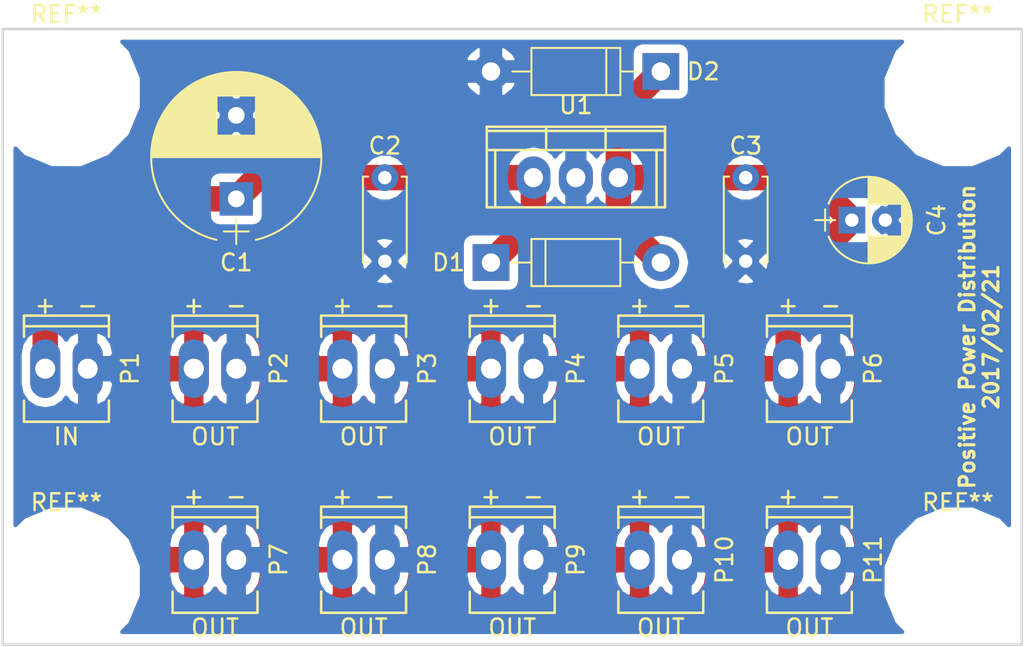
<source format=kicad_pcb>
(kicad_pcb (version 4) (host pcbnew 4.0.5)

  (general
    (links 34)
    (no_connects 0)
    (area 126.310429 84.314 196.269572 125.336)
    (thickness 1.6)
    (drawings 5)
    (tracks 17)
    (zones 0)
    (modules 22)
    (nets 4)
  )

  (page A)
  (title_block
    (title "Positive Power Distributoin")
    (date 2017-02-21)
    (rev 1.0)
    (company "Rice University")
  )

  (layers
    (0 F.Cu signal)
    (31 B.Cu signal)
    (32 B.Adhes user)
    (33 F.Adhes user)
    (34 B.Paste user)
    (35 F.Paste user)
    (36 B.SilkS user)
    (37 F.SilkS user)
    (38 B.Mask user)
    (39 F.Mask user)
    (40 Dwgs.User user)
    (41 Cmts.User user)
    (42 Eco1.User user)
    (43 Eco2.User user)
    (44 Edge.Cuts user)
    (45 Margin user)
    (46 B.CrtYd user)
    (47 F.CrtYd user hide)
    (48 B.Fab user hide)
    (49 F.Fab user hide)
  )

  (setup
    (last_trace_width 1.524)
    (trace_clearance 0.381)
    (zone_clearance 0.508)
    (zone_45_only no)
    (trace_min 0.2)
    (segment_width 0.2)
    (edge_width 0.15)
    (via_size 0.6)
    (via_drill 0.4)
    (via_min_size 0.4)
    (via_min_drill 0.3)
    (uvia_size 0.3)
    (uvia_drill 0.1)
    (uvias_allowed no)
    (uvia_min_size 0.2)
    (uvia_min_drill 0.1)
    (pcb_text_width 0.3)
    (pcb_text_size 1.5 1.5)
    (mod_edge_width 0.15)
    (mod_text_size 1 1)
    (mod_text_width 0.15)
    (pad_size 3.7 3.7)
    (pad_drill 3.7)
    (pad_to_mask_clearance 0.2)
    (aux_axis_origin 130.81 86.36)
    (grid_origin 130.81 86.36)
    (visible_elements 7FFFFFFF)
    (pcbplotparams
      (layerselection 0x00030_80000001)
      (usegerberextensions false)
      (excludeedgelayer true)
      (linewidth 0.100000)
      (plotframeref false)
      (viasonmask false)
      (mode 1)
      (useauxorigin false)
      (hpglpennumber 1)
      (hpglpenspeed 20)
      (hpglpendiameter 15)
      (hpglpenoverlay 2)
      (psnegative false)
      (psa4output false)
      (plotreference true)
      (plotvalue true)
      (plotinvisibletext false)
      (padsonsilk false)
      (subtractmaskfromsilk false)
      (outputformat 1)
      (mirror false)
      (drillshape 1)
      (scaleselection 1)
      (outputdirectory ""))
  )

  (net 0 "")
  (net 1 VCC)
  (net 2 GND)
  (net 3 V_OUT)

  (net_class Default "This is the default net class."
    (clearance 0.381)
    (trace_width 1.524)
    (via_dia 0.6)
    (via_drill 0.4)
    (uvia_dia 0.3)
    (uvia_drill 0.1)
    (add_net GND)
    (add_net VCC)
    (add_net V_OUT)
  )

  (module Sockets_MOLEX_KK-System:Socket_MOLEX-KK-RM2-54mm_Lock_2pin_straight (layer F.Cu) (tedit 58AD01C5) (tstamp 58ACF7AA)
    (at 161.29 118.11)
    (descr "Socket, MOLEX, KK, RM 2.54mm, Lock, 2pin, straight,")
    (tags "Socket, MOLEX, KK, RM 2.54mm, Lock, 2pin, straight,")
    (path /58AD1A83)
    (fp_text reference P9 (at 3.81 0 90) (layer F.SilkS)
      (effects (font (size 1 1) (thickness 0.15)))
    )
    (fp_text value OUT (at 0 4.064) (layer F.SilkS)
      (effects (font (size 1 1) (thickness 0.15)))
    )
    (fp_text user - (at 1.27 -3.81) (layer F.SilkS)
      (effects (font (size 1 1) (thickness 0.15)))
    )
    (fp_text user + (at -1.27 -3.81) (layer F.SilkS)
      (effects (font (size 1 1) (thickness 0.15)))
    )
    (fp_line (start -2.54 -2.54) (end 2.54 -2.54) (layer F.SilkS) (width 0.15))
    (fp_line (start 2.54 3.175) (end 2.54 1.905) (layer F.SilkS) (width 0.15))
    (fp_line (start 2.54 -2.54) (end 2.54 -1.905) (layer F.SilkS) (width 0.15))
    (fp_line (start -2.54 2.54) (end -2.54 1.905) (layer F.SilkS) (width 0.15))
    (fp_line (start -2.54 -2.54) (end -2.54 -1.905) (layer F.SilkS) (width 0.15))
    (fp_line (start -2.54 -2.54) (end -2.54 -3.175) (layer F.SilkS) (width 0.15))
    (fp_line (start -2.54 -3.175) (end 2.54 -3.175) (layer F.SilkS) (width 0.15))
    (fp_line (start 2.54 -3.175) (end 2.54 -2.54) (layer F.SilkS) (width 0.15))
    (fp_line (start 2.54 3.175) (end -2.54 3.175) (layer F.SilkS) (width 0.15))
    (fp_line (start -2.54 3.175) (end -2.54 2.54) (layer F.SilkS) (width 0.15))
    (pad 1 thru_hole oval (at -1.27 0) (size 1.80086 3.50012) (drill 1.19888) (layers *.Cu *.Mask)
      (net 3 V_OUT))
    (pad 2 thru_hole oval (at 1.27 0) (size 1.80086 3.50012) (drill 1.19888) (layers *.Cu *.Mask)
      (net 2 GND))
  )

  (module Sockets_MOLEX_KK-System:Socket_MOLEX-KK-RM2-54mm_Lock_2pin_straight (layer F.Cu) (tedit 58AD01BB) (tstamp 58ACF7A5)
    (at 152.4 118.11)
    (descr "Socket, MOLEX, KK, RM 2.54mm, Lock, 2pin, straight,")
    (tags "Socket, MOLEX, KK, RM 2.54mm, Lock, 2pin, straight,")
    (path /58AD1A73)
    (fp_text reference P8 (at 3.81 0 90) (layer F.SilkS)
      (effects (font (size 1 1) (thickness 0.15)))
    )
    (fp_text value OUT (at 0 4.064) (layer F.SilkS)
      (effects (font (size 1 1) (thickness 0.15)))
    )
    (fp_text user - (at 1.27 -3.81) (layer F.SilkS)
      (effects (font (size 1 1) (thickness 0.15)))
    )
    (fp_text user + (at -1.27 -3.81) (layer F.SilkS)
      (effects (font (size 1 1) (thickness 0.15)))
    )
    (fp_line (start -2.54 -2.54) (end 2.54 -2.54) (layer F.SilkS) (width 0.15))
    (fp_line (start 2.54 3.175) (end 2.54 1.905) (layer F.SilkS) (width 0.15))
    (fp_line (start 2.54 -2.54) (end 2.54 -1.905) (layer F.SilkS) (width 0.15))
    (fp_line (start -2.54 2.54) (end -2.54 1.905) (layer F.SilkS) (width 0.15))
    (fp_line (start -2.54 -2.54) (end -2.54 -1.905) (layer F.SilkS) (width 0.15))
    (fp_line (start -2.54 -2.54) (end -2.54 -3.175) (layer F.SilkS) (width 0.15))
    (fp_line (start -2.54 -3.175) (end 2.54 -3.175) (layer F.SilkS) (width 0.15))
    (fp_line (start 2.54 -3.175) (end 2.54 -2.54) (layer F.SilkS) (width 0.15))
    (fp_line (start 2.54 3.175) (end -2.54 3.175) (layer F.SilkS) (width 0.15))
    (fp_line (start -2.54 3.175) (end -2.54 2.54) (layer F.SilkS) (width 0.15))
    (pad 1 thru_hole oval (at -1.27 0) (size 1.80086 3.50012) (drill 1.19888) (layers *.Cu *.Mask)
      (net 3 V_OUT))
    (pad 2 thru_hole oval (at 1.27 0) (size 1.80086 3.50012) (drill 1.19888) (layers *.Cu *.Mask)
      (net 2 GND))
  )

  (module Sockets_MOLEX_KK-System:Socket_MOLEX-KK-RM2-54mm_Lock_2pin_straight (layer F.Cu) (tedit 58AD01B1) (tstamp 58ACF7A0)
    (at 143.51 118.11)
    (descr "Socket, MOLEX, KK, RM 2.54mm, Lock, 2pin, straight,")
    (tags "Socket, MOLEX, KK, RM 2.54mm, Lock, 2pin, straight,")
    (path /58AD1A63)
    (fp_text reference P7 (at 3.81 0 90) (layer F.SilkS)
      (effects (font (size 1 1) (thickness 0.15)))
    )
    (fp_text value OUT (at 0 4.064) (layer F.SilkS)
      (effects (font (size 1 1) (thickness 0.15)))
    )
    (fp_text user - (at 1.27 -3.81) (layer F.SilkS)
      (effects (font (size 1 1) (thickness 0.15)))
    )
    (fp_text user + (at -1.27 -3.81) (layer F.SilkS)
      (effects (font (size 1 1) (thickness 0.15)))
    )
    (fp_line (start -2.54 -2.54) (end 2.54 -2.54) (layer F.SilkS) (width 0.15))
    (fp_line (start 2.54 3.175) (end 2.54 1.905) (layer F.SilkS) (width 0.15))
    (fp_line (start 2.54 -2.54) (end 2.54 -1.905) (layer F.SilkS) (width 0.15))
    (fp_line (start -2.54 2.54) (end -2.54 1.905) (layer F.SilkS) (width 0.15))
    (fp_line (start -2.54 -2.54) (end -2.54 -1.905) (layer F.SilkS) (width 0.15))
    (fp_line (start -2.54 -2.54) (end -2.54 -3.175) (layer F.SilkS) (width 0.15))
    (fp_line (start -2.54 -3.175) (end 2.54 -3.175) (layer F.SilkS) (width 0.15))
    (fp_line (start 2.54 -3.175) (end 2.54 -2.54) (layer F.SilkS) (width 0.15))
    (fp_line (start 2.54 3.175) (end -2.54 3.175) (layer F.SilkS) (width 0.15))
    (fp_line (start -2.54 3.175) (end -2.54 2.54) (layer F.SilkS) (width 0.15))
    (pad 1 thru_hole oval (at -1.27 0) (size 1.80086 3.50012) (drill 1.19888) (layers *.Cu *.Mask)
      (net 3 V_OUT))
    (pad 2 thru_hole oval (at 1.27 0) (size 1.80086 3.50012) (drill 1.19888) (layers *.Cu *.Mask)
      (net 2 GND))
  )

  (module Sockets_MOLEX_KK-System:Socket_MOLEX-KK-RM2-54mm_Lock_2pin_straight (layer F.Cu) (tedit 58AD01A8) (tstamp 58ACF7AF)
    (at 170.18 118.11)
    (descr "Socket, MOLEX, KK, RM 2.54mm, Lock, 2pin, straight,")
    (tags "Socket, MOLEX, KK, RM 2.54mm, Lock, 2pin, straight,")
    (path /58AD1A93)
    (fp_text reference P10 (at 3.81 0 90) (layer F.SilkS)
      (effects (font (size 1 1) (thickness 0.15)))
    )
    (fp_text value OUT (at 0 4.064) (layer F.SilkS)
      (effects (font (size 1 1) (thickness 0.15)))
    )
    (fp_text user - (at 1.27 -3.81) (layer F.SilkS)
      (effects (font (size 1 1) (thickness 0.15)))
    )
    (fp_text user + (at -1.27 -3.81) (layer F.SilkS)
      (effects (font (size 1 1) (thickness 0.15)))
    )
    (fp_line (start -2.54 -2.54) (end 2.54 -2.54) (layer F.SilkS) (width 0.15))
    (fp_line (start 2.54 3.175) (end 2.54 1.905) (layer F.SilkS) (width 0.15))
    (fp_line (start 2.54 -2.54) (end 2.54 -1.905) (layer F.SilkS) (width 0.15))
    (fp_line (start -2.54 2.54) (end -2.54 1.905) (layer F.SilkS) (width 0.15))
    (fp_line (start -2.54 -2.54) (end -2.54 -1.905) (layer F.SilkS) (width 0.15))
    (fp_line (start -2.54 -2.54) (end -2.54 -3.175) (layer F.SilkS) (width 0.15))
    (fp_line (start -2.54 -3.175) (end 2.54 -3.175) (layer F.SilkS) (width 0.15))
    (fp_line (start 2.54 -3.175) (end 2.54 -2.54) (layer F.SilkS) (width 0.15))
    (fp_line (start 2.54 3.175) (end -2.54 3.175) (layer F.SilkS) (width 0.15))
    (fp_line (start -2.54 3.175) (end -2.54 2.54) (layer F.SilkS) (width 0.15))
    (pad 1 thru_hole oval (at -1.27 0) (size 1.80086 3.50012) (drill 1.19888) (layers *.Cu *.Mask)
      (net 3 V_OUT))
    (pad 2 thru_hole oval (at 1.27 0) (size 1.80086 3.50012) (drill 1.19888) (layers *.Cu *.Mask)
      (net 2 GND))
  )

  (module Sockets_MOLEX_KK-System:Socket_MOLEX-KK-RM2-54mm_Lock_2pin_straight (layer F.Cu) (tedit 58AD019D) (tstamp 58ACF7B4)
    (at 179.07 118.11)
    (descr "Socket, MOLEX, KK, RM 2.54mm, Lock, 2pin, straight,")
    (tags "Socket, MOLEX, KK, RM 2.54mm, Lock, 2pin, straight,")
    (path /58AD1AA3)
    (fp_text reference P11 (at 3.81 0 90) (layer F.SilkS)
      (effects (font (size 1 1) (thickness 0.15)))
    )
    (fp_text value OUT (at 0 4.064) (layer F.SilkS)
      (effects (font (size 1 1) (thickness 0.15)))
    )
    (fp_text user - (at 1.27 -3.81) (layer F.SilkS)
      (effects (font (size 1 1) (thickness 0.15)))
    )
    (fp_text user + (at -1.27 -3.81) (layer F.SilkS)
      (effects (font (size 1 1) (thickness 0.15)))
    )
    (fp_line (start -2.54 -2.54) (end 2.54 -2.54) (layer F.SilkS) (width 0.15))
    (fp_line (start 2.54 3.175) (end 2.54 1.905) (layer F.SilkS) (width 0.15))
    (fp_line (start 2.54 -2.54) (end 2.54 -1.905) (layer F.SilkS) (width 0.15))
    (fp_line (start -2.54 2.54) (end -2.54 1.905) (layer F.SilkS) (width 0.15))
    (fp_line (start -2.54 -2.54) (end -2.54 -1.905) (layer F.SilkS) (width 0.15))
    (fp_line (start -2.54 -2.54) (end -2.54 -3.175) (layer F.SilkS) (width 0.15))
    (fp_line (start -2.54 -3.175) (end 2.54 -3.175) (layer F.SilkS) (width 0.15))
    (fp_line (start 2.54 -3.175) (end 2.54 -2.54) (layer F.SilkS) (width 0.15))
    (fp_line (start 2.54 3.175) (end -2.54 3.175) (layer F.SilkS) (width 0.15))
    (fp_line (start -2.54 3.175) (end -2.54 2.54) (layer F.SilkS) (width 0.15))
    (pad 1 thru_hole oval (at -1.27 0) (size 1.80086 3.50012) (drill 1.19888) (layers *.Cu *.Mask)
      (net 3 V_OUT))
    (pad 2 thru_hole oval (at 1.27 0) (size 1.80086 3.50012) (drill 1.19888) (layers *.Cu *.Mask)
      (net 2 GND))
  )

  (module Sockets_MOLEX_KK-System:Socket_MOLEX-KK-RM2-54mm_Lock_2pin_straight (layer F.Cu) (tedit 58AD0192) (tstamp 58ACF79B)
    (at 179.07 106.68)
    (descr "Socket, MOLEX, KK, RM 2.54mm, Lock, 2pin, straight,")
    (tags "Socket, MOLEX, KK, RM 2.54mm, Lock, 2pin, straight,")
    (path /58AD1852)
    (fp_text reference P6 (at 3.81 0 90) (layer F.SilkS)
      (effects (font (size 1 1) (thickness 0.15)))
    )
    (fp_text value OUT (at 0 4.064) (layer F.SilkS)
      (effects (font (size 1 1) (thickness 0.15)))
    )
    (fp_text user - (at 1.27 -3.81) (layer F.SilkS)
      (effects (font (size 1 1) (thickness 0.15)))
    )
    (fp_text user + (at -1.27 -3.81) (layer F.SilkS)
      (effects (font (size 1 1) (thickness 0.15)))
    )
    (fp_line (start -2.54 -2.54) (end 2.54 -2.54) (layer F.SilkS) (width 0.15))
    (fp_line (start 2.54 3.175) (end 2.54 1.905) (layer F.SilkS) (width 0.15))
    (fp_line (start 2.54 -2.54) (end 2.54 -1.905) (layer F.SilkS) (width 0.15))
    (fp_line (start -2.54 2.54) (end -2.54 1.905) (layer F.SilkS) (width 0.15))
    (fp_line (start -2.54 -2.54) (end -2.54 -1.905) (layer F.SilkS) (width 0.15))
    (fp_line (start -2.54 -2.54) (end -2.54 -3.175) (layer F.SilkS) (width 0.15))
    (fp_line (start -2.54 -3.175) (end 2.54 -3.175) (layer F.SilkS) (width 0.15))
    (fp_line (start 2.54 -3.175) (end 2.54 -2.54) (layer F.SilkS) (width 0.15))
    (fp_line (start 2.54 3.175) (end -2.54 3.175) (layer F.SilkS) (width 0.15))
    (fp_line (start -2.54 3.175) (end -2.54 2.54) (layer F.SilkS) (width 0.15))
    (pad 1 thru_hole oval (at -1.27 0) (size 1.80086 3.50012) (drill 1.19888) (layers *.Cu *.Mask)
      (net 3 V_OUT))
    (pad 2 thru_hole oval (at 1.27 0) (size 1.80086 3.50012) (drill 1.19888) (layers *.Cu *.Mask)
      (net 2 GND))
  )

  (module Sockets_MOLEX_KK-System:Socket_MOLEX-KK-RM2-54mm_Lock_2pin_straight (layer F.Cu) (tedit 58AD0188) (tstamp 58ACF796)
    (at 170.18 106.68)
    (descr "Socket, MOLEX, KK, RM 2.54mm, Lock, 2pin, straight,")
    (tags "Socket, MOLEX, KK, RM 2.54mm, Lock, 2pin, straight,")
    (path /58AD156D)
    (fp_text reference P5 (at 3.81 0 90) (layer F.SilkS)
      (effects (font (size 1 1) (thickness 0.15)))
    )
    (fp_text value OUT (at 0 4.064) (layer F.SilkS)
      (effects (font (size 1 1) (thickness 0.15)))
    )
    (fp_text user - (at 1.27 -3.81) (layer F.SilkS)
      (effects (font (size 1 1) (thickness 0.15)))
    )
    (fp_text user + (at -1.27 -3.81) (layer F.SilkS)
      (effects (font (size 1 1) (thickness 0.15)))
    )
    (fp_line (start -2.54 -2.54) (end 2.54 -2.54) (layer F.SilkS) (width 0.15))
    (fp_line (start 2.54 3.175) (end 2.54 1.905) (layer F.SilkS) (width 0.15))
    (fp_line (start 2.54 -2.54) (end 2.54 -1.905) (layer F.SilkS) (width 0.15))
    (fp_line (start -2.54 2.54) (end -2.54 1.905) (layer F.SilkS) (width 0.15))
    (fp_line (start -2.54 -2.54) (end -2.54 -1.905) (layer F.SilkS) (width 0.15))
    (fp_line (start -2.54 -2.54) (end -2.54 -3.175) (layer F.SilkS) (width 0.15))
    (fp_line (start -2.54 -3.175) (end 2.54 -3.175) (layer F.SilkS) (width 0.15))
    (fp_line (start 2.54 -3.175) (end 2.54 -2.54) (layer F.SilkS) (width 0.15))
    (fp_line (start 2.54 3.175) (end -2.54 3.175) (layer F.SilkS) (width 0.15))
    (fp_line (start -2.54 3.175) (end -2.54 2.54) (layer F.SilkS) (width 0.15))
    (pad 1 thru_hole oval (at -1.27 0) (size 1.80086 3.50012) (drill 1.19888) (layers *.Cu *.Mask)
      (net 3 V_OUT))
    (pad 2 thru_hole oval (at 1.27 0) (size 1.80086 3.50012) (drill 1.19888) (layers *.Cu *.Mask)
      (net 2 GND))
  )

  (module Sockets_MOLEX_KK-System:Socket_MOLEX-KK-RM2-54mm_Lock_2pin_straight (layer F.Cu) (tedit 58AD017C) (tstamp 58ACF791)
    (at 161.29 106.68)
    (descr "Socket, MOLEX, KK, RM 2.54mm, Lock, 2pin, straight,")
    (tags "Socket, MOLEX, KK, RM 2.54mm, Lock, 2pin, straight,")
    (path /58AD155D)
    (fp_text reference P4 (at 3.81 0 90) (layer F.SilkS)
      (effects (font (size 1 1) (thickness 0.15)))
    )
    (fp_text value OUT (at 0 4.064) (layer F.SilkS)
      (effects (font (size 1 1) (thickness 0.15)))
    )
    (fp_text user - (at 1.27 -3.81) (layer F.SilkS)
      (effects (font (size 1 1) (thickness 0.15)))
    )
    (fp_text user + (at -1.27 -3.81) (layer F.SilkS)
      (effects (font (size 1 1) (thickness 0.15)))
    )
    (fp_line (start -2.54 -2.54) (end 2.54 -2.54) (layer F.SilkS) (width 0.15))
    (fp_line (start 2.54 3.175) (end 2.54 1.905) (layer F.SilkS) (width 0.15))
    (fp_line (start 2.54 -2.54) (end 2.54 -1.905) (layer F.SilkS) (width 0.15))
    (fp_line (start -2.54 2.54) (end -2.54 1.905) (layer F.SilkS) (width 0.15))
    (fp_line (start -2.54 -2.54) (end -2.54 -1.905) (layer F.SilkS) (width 0.15))
    (fp_line (start -2.54 -2.54) (end -2.54 -3.175) (layer F.SilkS) (width 0.15))
    (fp_line (start -2.54 -3.175) (end 2.54 -3.175) (layer F.SilkS) (width 0.15))
    (fp_line (start 2.54 -3.175) (end 2.54 -2.54) (layer F.SilkS) (width 0.15))
    (fp_line (start 2.54 3.175) (end -2.54 3.175) (layer F.SilkS) (width 0.15))
    (fp_line (start -2.54 3.175) (end -2.54 2.54) (layer F.SilkS) (width 0.15))
    (pad 1 thru_hole oval (at -1.27 0) (size 1.80086 3.50012) (drill 1.19888) (layers *.Cu *.Mask)
      (net 3 V_OUT))
    (pad 2 thru_hole oval (at 1.27 0) (size 1.80086 3.50012) (drill 1.19888) (layers *.Cu *.Mask)
      (net 2 GND))
  )

  (module Sockets_MOLEX_KK-System:Socket_MOLEX-KK-RM2-54mm_Lock_2pin_straight (layer F.Cu) (tedit 58AD0173) (tstamp 58ACF78C)
    (at 152.4 106.68)
    (descr "Socket, MOLEX, KK, RM 2.54mm, Lock, 2pin, straight,")
    (tags "Socket, MOLEX, KK, RM 2.54mm, Lock, 2pin, straight,")
    (path /58AD14D1)
    (fp_text reference P3 (at 3.81 0 90) (layer F.SilkS)
      (effects (font (size 1 1) (thickness 0.15)))
    )
    (fp_text value OUT (at 0 4.064) (layer F.SilkS)
      (effects (font (size 1 1) (thickness 0.15)))
    )
    (fp_text user - (at 1.27 -3.81) (layer F.SilkS)
      (effects (font (size 1 1) (thickness 0.15)))
    )
    (fp_text user + (at -1.27 -3.81) (layer F.SilkS)
      (effects (font (size 1 1) (thickness 0.15)))
    )
    (fp_line (start -2.54 -2.54) (end 2.54 -2.54) (layer F.SilkS) (width 0.15))
    (fp_line (start 2.54 3.175) (end 2.54 1.905) (layer F.SilkS) (width 0.15))
    (fp_line (start 2.54 -2.54) (end 2.54 -1.905) (layer F.SilkS) (width 0.15))
    (fp_line (start -2.54 2.54) (end -2.54 1.905) (layer F.SilkS) (width 0.15))
    (fp_line (start -2.54 -2.54) (end -2.54 -1.905) (layer F.SilkS) (width 0.15))
    (fp_line (start -2.54 -2.54) (end -2.54 -3.175) (layer F.SilkS) (width 0.15))
    (fp_line (start -2.54 -3.175) (end 2.54 -3.175) (layer F.SilkS) (width 0.15))
    (fp_line (start 2.54 -3.175) (end 2.54 -2.54) (layer F.SilkS) (width 0.15))
    (fp_line (start 2.54 3.175) (end -2.54 3.175) (layer F.SilkS) (width 0.15))
    (fp_line (start -2.54 3.175) (end -2.54 2.54) (layer F.SilkS) (width 0.15))
    (pad 1 thru_hole oval (at -1.27 0) (size 1.80086 3.50012) (drill 1.19888) (layers *.Cu *.Mask)
      (net 3 V_OUT))
    (pad 2 thru_hole oval (at 1.27 0) (size 1.80086 3.50012) (drill 1.19888) (layers *.Cu *.Mask)
      (net 2 GND))
  )

  (module Sockets_MOLEX_KK-System:Socket_MOLEX-KK-RM2-54mm_Lock_2pin_straight (layer F.Cu) (tedit 58AD0167) (tstamp 58ACF787)
    (at 143.51 106.68)
    (descr "Socket, MOLEX, KK, RM 2.54mm, Lock, 2pin, straight,")
    (tags "Socket, MOLEX, KK, RM 2.54mm, Lock, 2pin, straight,")
    (path /58ACFA03)
    (fp_text reference P2 (at 3.81 0 90) (layer F.SilkS)
      (effects (font (size 1 1) (thickness 0.15)))
    )
    (fp_text value OUT (at 0 4.064) (layer F.SilkS)
      (effects (font (size 1 1) (thickness 0.15)))
    )
    (fp_text user - (at 1.27 -3.81) (layer F.SilkS)
      (effects (font (size 1 1) (thickness 0.15)))
    )
    (fp_text user + (at -1.27 -3.81) (layer F.SilkS)
      (effects (font (size 1 1) (thickness 0.15)))
    )
    (fp_line (start -2.54 -2.54) (end 2.54 -2.54) (layer F.SilkS) (width 0.15))
    (fp_line (start 2.54 3.175) (end 2.54 1.905) (layer F.SilkS) (width 0.15))
    (fp_line (start 2.54 -2.54) (end 2.54 -1.905) (layer F.SilkS) (width 0.15))
    (fp_line (start -2.54 2.54) (end -2.54 1.905) (layer F.SilkS) (width 0.15))
    (fp_line (start -2.54 -2.54) (end -2.54 -1.905) (layer F.SilkS) (width 0.15))
    (fp_line (start -2.54 -2.54) (end -2.54 -3.175) (layer F.SilkS) (width 0.15))
    (fp_line (start -2.54 -3.175) (end 2.54 -3.175) (layer F.SilkS) (width 0.15))
    (fp_line (start 2.54 -3.175) (end 2.54 -2.54) (layer F.SilkS) (width 0.15))
    (fp_line (start 2.54 3.175) (end -2.54 3.175) (layer F.SilkS) (width 0.15))
    (fp_line (start -2.54 3.175) (end -2.54 2.54) (layer F.SilkS) (width 0.15))
    (pad 1 thru_hole oval (at -1.27 0) (size 1.80086 3.50012) (drill 1.19888) (layers *.Cu *.Mask)
      (net 3 V_OUT))
    (pad 2 thru_hole oval (at 1.27 0) (size 1.80086 3.50012) (drill 1.19888) (layers *.Cu *.Mask)
      (net 2 GND))
  )

  (module Sockets_MOLEX_KK-System:Socket_MOLEX-KK-RM2-54mm_Lock_2pin_straight (layer F.Cu) (tedit 58AD013A) (tstamp 58ACF782)
    (at 134.62 106.68)
    (descr "Socket, MOLEX, KK, RM 2.54mm, Lock, 2pin, straight,")
    (tags "Socket, MOLEX, KK, RM 2.54mm, Lock, 2pin, straight,")
    (path /58ACF0E7)
    (fp_text reference P1 (at 3.81 0 90) (layer F.SilkS)
      (effects (font (size 1 1) (thickness 0.15)))
    )
    (fp_text value IN (at 0 4.064) (layer F.SilkS)
      (effects (font (size 1 1) (thickness 0.15)))
    )
    (fp_text user - (at 1.27 -3.81) (layer F.SilkS)
      (effects (font (size 1 1) (thickness 0.15)))
    )
    (fp_text user + (at -1.27 -3.81) (layer F.SilkS)
      (effects (font (size 1 1) (thickness 0.15)))
    )
    (fp_line (start -2.54 -2.54) (end 2.54 -2.54) (layer F.SilkS) (width 0.15))
    (fp_line (start 2.54 3.175) (end 2.54 1.905) (layer F.SilkS) (width 0.15))
    (fp_line (start 2.54 -2.54) (end 2.54 -1.905) (layer F.SilkS) (width 0.15))
    (fp_line (start -2.54 2.54) (end -2.54 1.905) (layer F.SilkS) (width 0.15))
    (fp_line (start -2.54 -2.54) (end -2.54 -1.905) (layer F.SilkS) (width 0.15))
    (fp_line (start -2.54 -2.54) (end -2.54 -3.175) (layer F.SilkS) (width 0.15))
    (fp_line (start -2.54 -3.175) (end 2.54 -3.175) (layer F.SilkS) (width 0.15))
    (fp_line (start 2.54 -3.175) (end 2.54 -2.54) (layer F.SilkS) (width 0.15))
    (fp_line (start 2.54 3.175) (end -2.54 3.175) (layer F.SilkS) (width 0.15))
    (fp_line (start -2.54 3.175) (end -2.54 2.54) (layer F.SilkS) (width 0.15))
    (pad 1 thru_hole oval (at -1.27 0) (size 1.80086 3.50012) (drill 1.19888) (layers *.Cu *.Mask)
      (net 1 VCC))
    (pad 2 thru_hole oval (at 1.27 0) (size 1.80086 3.50012) (drill 1.19888) (layers *.Cu *.Mask)
      (net 2 GND))
  )

  (module Capacitors_ThroughHole:CP_Radial_D10.0mm_P5.00mm (layer F.Cu) (tedit 58ACF9E5) (tstamp 58ACF63B)
    (at 144.78 96.52 90)
    (descr "CP, Radial series, Radial, pin pitch=5.00mm, , diameter=10mm, Electrolytic Capacitor")
    (tags "CP Radial series Radial pin pitch 5.00mm  diameter 10mm Electrolytic Capacitor")
    (path /58ACF6C0)
    (fp_text reference C1 (at -3.81 0 180) (layer F.SilkS)
      (effects (font (size 1 1) (thickness 0.15)))
    )
    (fp_text value CP1 (at 2.54 0 180) (layer F.Fab)
      (effects (font (size 1 1) (thickness 0.15)))
    )
    (fp_arc (start 2.5 0) (end -2.451333 -1.18) (angle 153.2) (layer F.SilkS) (width 0.12))
    (fp_arc (start 2.5 0) (end -2.451333 1.18) (angle -153.2) (layer F.SilkS) (width 0.12))
    (fp_arc (start 2.5 0) (end 7.451333 -1.18) (angle 26.8) (layer F.SilkS) (width 0.12))
    (fp_circle (center 2.5 0) (end 7.5 0) (layer F.Fab) (width 0.1))
    (fp_line (start -2.7 0) (end -1.2 0) (layer F.Fab) (width 0.1))
    (fp_line (start -1.95 -0.75) (end -1.95 0.75) (layer F.Fab) (width 0.1))
    (fp_line (start 2.5 -5.05) (end 2.5 5.05) (layer F.SilkS) (width 0.12))
    (fp_line (start 2.54 -5.05) (end 2.54 5.05) (layer F.SilkS) (width 0.12))
    (fp_line (start 2.58 -5.05) (end 2.58 5.05) (layer F.SilkS) (width 0.12))
    (fp_line (start 2.62 -5.049) (end 2.62 5.049) (layer F.SilkS) (width 0.12))
    (fp_line (start 2.66 -5.048) (end 2.66 5.048) (layer F.SilkS) (width 0.12))
    (fp_line (start 2.7 -5.047) (end 2.7 5.047) (layer F.SilkS) (width 0.12))
    (fp_line (start 2.74 -5.045) (end 2.74 5.045) (layer F.SilkS) (width 0.12))
    (fp_line (start 2.78 -5.043) (end 2.78 5.043) (layer F.SilkS) (width 0.12))
    (fp_line (start 2.82 -5.04) (end 2.82 5.04) (layer F.SilkS) (width 0.12))
    (fp_line (start 2.86 -5.038) (end 2.86 5.038) (layer F.SilkS) (width 0.12))
    (fp_line (start 2.9 -5.035) (end 2.9 5.035) (layer F.SilkS) (width 0.12))
    (fp_line (start 2.94 -5.031) (end 2.94 5.031) (layer F.SilkS) (width 0.12))
    (fp_line (start 2.98 -5.028) (end 2.98 5.028) (layer F.SilkS) (width 0.12))
    (fp_line (start 3.02 -5.024) (end 3.02 5.024) (layer F.SilkS) (width 0.12))
    (fp_line (start 3.06 -5.02) (end 3.06 5.02) (layer F.SilkS) (width 0.12))
    (fp_line (start 3.1 -5.015) (end 3.1 5.015) (layer F.SilkS) (width 0.12))
    (fp_line (start 3.14 -5.01) (end 3.14 5.01) (layer F.SilkS) (width 0.12))
    (fp_line (start 3.18 -5.005) (end 3.18 5.005) (layer F.SilkS) (width 0.12))
    (fp_line (start 3.221 -4.999) (end 3.221 4.999) (layer F.SilkS) (width 0.12))
    (fp_line (start 3.261 -4.993) (end 3.261 4.993) (layer F.SilkS) (width 0.12))
    (fp_line (start 3.301 -4.987) (end 3.301 4.987) (layer F.SilkS) (width 0.12))
    (fp_line (start 3.341 -4.981) (end 3.341 4.981) (layer F.SilkS) (width 0.12))
    (fp_line (start 3.381 -4.974) (end 3.381 4.974) (layer F.SilkS) (width 0.12))
    (fp_line (start 3.421 -4.967) (end 3.421 4.967) (layer F.SilkS) (width 0.12))
    (fp_line (start 3.461 -4.959) (end 3.461 4.959) (layer F.SilkS) (width 0.12))
    (fp_line (start 3.501 -4.951) (end 3.501 4.951) (layer F.SilkS) (width 0.12))
    (fp_line (start 3.541 -4.943) (end 3.541 4.943) (layer F.SilkS) (width 0.12))
    (fp_line (start 3.581 -4.935) (end 3.581 4.935) (layer F.SilkS) (width 0.12))
    (fp_line (start 3.621 -4.926) (end 3.621 4.926) (layer F.SilkS) (width 0.12))
    (fp_line (start 3.661 -4.917) (end 3.661 4.917) (layer F.SilkS) (width 0.12))
    (fp_line (start 3.701 -4.907) (end 3.701 4.907) (layer F.SilkS) (width 0.12))
    (fp_line (start 3.741 -4.897) (end 3.741 4.897) (layer F.SilkS) (width 0.12))
    (fp_line (start 3.781 -4.887) (end 3.781 4.887) (layer F.SilkS) (width 0.12))
    (fp_line (start 3.821 -4.876) (end 3.821 -1.181) (layer F.SilkS) (width 0.12))
    (fp_line (start 3.821 1.181) (end 3.821 4.876) (layer F.SilkS) (width 0.12))
    (fp_line (start 3.861 -4.865) (end 3.861 -1.181) (layer F.SilkS) (width 0.12))
    (fp_line (start 3.861 1.181) (end 3.861 4.865) (layer F.SilkS) (width 0.12))
    (fp_line (start 3.901 -4.854) (end 3.901 -1.181) (layer F.SilkS) (width 0.12))
    (fp_line (start 3.901 1.181) (end 3.901 4.854) (layer F.SilkS) (width 0.12))
    (fp_line (start 3.941 -4.843) (end 3.941 -1.181) (layer F.SilkS) (width 0.12))
    (fp_line (start 3.941 1.181) (end 3.941 4.843) (layer F.SilkS) (width 0.12))
    (fp_line (start 3.981 -4.831) (end 3.981 -1.181) (layer F.SilkS) (width 0.12))
    (fp_line (start 3.981 1.181) (end 3.981 4.831) (layer F.SilkS) (width 0.12))
    (fp_line (start 4.021 -4.818) (end 4.021 -1.181) (layer F.SilkS) (width 0.12))
    (fp_line (start 4.021 1.181) (end 4.021 4.818) (layer F.SilkS) (width 0.12))
    (fp_line (start 4.061 -4.806) (end 4.061 -1.181) (layer F.SilkS) (width 0.12))
    (fp_line (start 4.061 1.181) (end 4.061 4.806) (layer F.SilkS) (width 0.12))
    (fp_line (start 4.101 -4.792) (end 4.101 -1.181) (layer F.SilkS) (width 0.12))
    (fp_line (start 4.101 1.181) (end 4.101 4.792) (layer F.SilkS) (width 0.12))
    (fp_line (start 4.141 -4.779) (end 4.141 -1.181) (layer F.SilkS) (width 0.12))
    (fp_line (start 4.141 1.181) (end 4.141 4.779) (layer F.SilkS) (width 0.12))
    (fp_line (start 4.181 -4.765) (end 4.181 -1.181) (layer F.SilkS) (width 0.12))
    (fp_line (start 4.181 1.181) (end 4.181 4.765) (layer F.SilkS) (width 0.12))
    (fp_line (start 4.221 -4.751) (end 4.221 -1.181) (layer F.SilkS) (width 0.12))
    (fp_line (start 4.221 1.181) (end 4.221 4.751) (layer F.SilkS) (width 0.12))
    (fp_line (start 4.261 -4.737) (end 4.261 -1.181) (layer F.SilkS) (width 0.12))
    (fp_line (start 4.261 1.181) (end 4.261 4.737) (layer F.SilkS) (width 0.12))
    (fp_line (start 4.301 -4.722) (end 4.301 -1.181) (layer F.SilkS) (width 0.12))
    (fp_line (start 4.301 1.181) (end 4.301 4.722) (layer F.SilkS) (width 0.12))
    (fp_line (start 4.341 -4.706) (end 4.341 -1.181) (layer F.SilkS) (width 0.12))
    (fp_line (start 4.341 1.181) (end 4.341 4.706) (layer F.SilkS) (width 0.12))
    (fp_line (start 4.381 -4.691) (end 4.381 -1.181) (layer F.SilkS) (width 0.12))
    (fp_line (start 4.381 1.181) (end 4.381 4.691) (layer F.SilkS) (width 0.12))
    (fp_line (start 4.421 -4.674) (end 4.421 -1.181) (layer F.SilkS) (width 0.12))
    (fp_line (start 4.421 1.181) (end 4.421 4.674) (layer F.SilkS) (width 0.12))
    (fp_line (start 4.461 -4.658) (end 4.461 -1.181) (layer F.SilkS) (width 0.12))
    (fp_line (start 4.461 1.181) (end 4.461 4.658) (layer F.SilkS) (width 0.12))
    (fp_line (start 4.501 -4.641) (end 4.501 -1.181) (layer F.SilkS) (width 0.12))
    (fp_line (start 4.501 1.181) (end 4.501 4.641) (layer F.SilkS) (width 0.12))
    (fp_line (start 4.541 -4.624) (end 4.541 -1.181) (layer F.SilkS) (width 0.12))
    (fp_line (start 4.541 1.181) (end 4.541 4.624) (layer F.SilkS) (width 0.12))
    (fp_line (start 4.581 -4.606) (end 4.581 -1.181) (layer F.SilkS) (width 0.12))
    (fp_line (start 4.581 1.181) (end 4.581 4.606) (layer F.SilkS) (width 0.12))
    (fp_line (start 4.621 -4.588) (end 4.621 -1.181) (layer F.SilkS) (width 0.12))
    (fp_line (start 4.621 1.181) (end 4.621 4.588) (layer F.SilkS) (width 0.12))
    (fp_line (start 4.661 -4.569) (end 4.661 -1.181) (layer F.SilkS) (width 0.12))
    (fp_line (start 4.661 1.181) (end 4.661 4.569) (layer F.SilkS) (width 0.12))
    (fp_line (start 4.701 -4.55) (end 4.701 -1.181) (layer F.SilkS) (width 0.12))
    (fp_line (start 4.701 1.181) (end 4.701 4.55) (layer F.SilkS) (width 0.12))
    (fp_line (start 4.741 -4.531) (end 4.741 -1.181) (layer F.SilkS) (width 0.12))
    (fp_line (start 4.741 1.181) (end 4.741 4.531) (layer F.SilkS) (width 0.12))
    (fp_line (start 4.781 -4.511) (end 4.781 -1.181) (layer F.SilkS) (width 0.12))
    (fp_line (start 4.781 1.181) (end 4.781 4.511) (layer F.SilkS) (width 0.12))
    (fp_line (start 4.821 -4.491) (end 4.821 -1.181) (layer F.SilkS) (width 0.12))
    (fp_line (start 4.821 1.181) (end 4.821 4.491) (layer F.SilkS) (width 0.12))
    (fp_line (start 4.861 -4.47) (end 4.861 -1.181) (layer F.SilkS) (width 0.12))
    (fp_line (start 4.861 1.181) (end 4.861 4.47) (layer F.SilkS) (width 0.12))
    (fp_line (start 4.901 -4.449) (end 4.901 -1.181) (layer F.SilkS) (width 0.12))
    (fp_line (start 4.901 1.181) (end 4.901 4.449) (layer F.SilkS) (width 0.12))
    (fp_line (start 4.941 -4.428) (end 4.941 -1.181) (layer F.SilkS) (width 0.12))
    (fp_line (start 4.941 1.181) (end 4.941 4.428) (layer F.SilkS) (width 0.12))
    (fp_line (start 4.981 -4.405) (end 4.981 -1.181) (layer F.SilkS) (width 0.12))
    (fp_line (start 4.981 1.181) (end 4.981 4.405) (layer F.SilkS) (width 0.12))
    (fp_line (start 5.021 -4.383) (end 5.021 -1.181) (layer F.SilkS) (width 0.12))
    (fp_line (start 5.021 1.181) (end 5.021 4.383) (layer F.SilkS) (width 0.12))
    (fp_line (start 5.061 -4.36) (end 5.061 -1.181) (layer F.SilkS) (width 0.12))
    (fp_line (start 5.061 1.181) (end 5.061 4.36) (layer F.SilkS) (width 0.12))
    (fp_line (start 5.101 -4.336) (end 5.101 -1.181) (layer F.SilkS) (width 0.12))
    (fp_line (start 5.101 1.181) (end 5.101 4.336) (layer F.SilkS) (width 0.12))
    (fp_line (start 5.141 -4.312) (end 5.141 -1.181) (layer F.SilkS) (width 0.12))
    (fp_line (start 5.141 1.181) (end 5.141 4.312) (layer F.SilkS) (width 0.12))
    (fp_line (start 5.181 -4.288) (end 5.181 -1.181) (layer F.SilkS) (width 0.12))
    (fp_line (start 5.181 1.181) (end 5.181 4.288) (layer F.SilkS) (width 0.12))
    (fp_line (start 5.221 -4.263) (end 5.221 -1.181) (layer F.SilkS) (width 0.12))
    (fp_line (start 5.221 1.181) (end 5.221 4.263) (layer F.SilkS) (width 0.12))
    (fp_line (start 5.261 -4.237) (end 5.261 -1.181) (layer F.SilkS) (width 0.12))
    (fp_line (start 5.261 1.181) (end 5.261 4.237) (layer F.SilkS) (width 0.12))
    (fp_line (start 5.301 -4.211) (end 5.301 -1.181) (layer F.SilkS) (width 0.12))
    (fp_line (start 5.301 1.181) (end 5.301 4.211) (layer F.SilkS) (width 0.12))
    (fp_line (start 5.341 -4.185) (end 5.341 -1.181) (layer F.SilkS) (width 0.12))
    (fp_line (start 5.341 1.181) (end 5.341 4.185) (layer F.SilkS) (width 0.12))
    (fp_line (start 5.381 -4.157) (end 5.381 -1.181) (layer F.SilkS) (width 0.12))
    (fp_line (start 5.381 1.181) (end 5.381 4.157) (layer F.SilkS) (width 0.12))
    (fp_line (start 5.421 -4.13) (end 5.421 -1.181) (layer F.SilkS) (width 0.12))
    (fp_line (start 5.421 1.181) (end 5.421 4.13) (layer F.SilkS) (width 0.12))
    (fp_line (start 5.461 -4.101) (end 5.461 -1.181) (layer F.SilkS) (width 0.12))
    (fp_line (start 5.461 1.181) (end 5.461 4.101) (layer F.SilkS) (width 0.12))
    (fp_line (start 5.501 -4.072) (end 5.501 -1.181) (layer F.SilkS) (width 0.12))
    (fp_line (start 5.501 1.181) (end 5.501 4.072) (layer F.SilkS) (width 0.12))
    (fp_line (start 5.541 -4.043) (end 5.541 -1.181) (layer F.SilkS) (width 0.12))
    (fp_line (start 5.541 1.181) (end 5.541 4.043) (layer F.SilkS) (width 0.12))
    (fp_line (start 5.581 -4.013) (end 5.581 -1.181) (layer F.SilkS) (width 0.12))
    (fp_line (start 5.581 1.181) (end 5.581 4.013) (layer F.SilkS) (width 0.12))
    (fp_line (start 5.621 -3.982) (end 5.621 -1.181) (layer F.SilkS) (width 0.12))
    (fp_line (start 5.621 1.181) (end 5.621 3.982) (layer F.SilkS) (width 0.12))
    (fp_line (start 5.661 -3.951) (end 5.661 -1.181) (layer F.SilkS) (width 0.12))
    (fp_line (start 5.661 1.181) (end 5.661 3.951) (layer F.SilkS) (width 0.12))
    (fp_line (start 5.701 -3.919) (end 5.701 -1.181) (layer F.SilkS) (width 0.12))
    (fp_line (start 5.701 1.181) (end 5.701 3.919) (layer F.SilkS) (width 0.12))
    (fp_line (start 5.741 -3.886) (end 5.741 -1.181) (layer F.SilkS) (width 0.12))
    (fp_line (start 5.741 1.181) (end 5.741 3.886) (layer F.SilkS) (width 0.12))
    (fp_line (start 5.781 -3.853) (end 5.781 -1.181) (layer F.SilkS) (width 0.12))
    (fp_line (start 5.781 1.181) (end 5.781 3.853) (layer F.SilkS) (width 0.12))
    (fp_line (start 5.821 -3.819) (end 5.821 -1.181) (layer F.SilkS) (width 0.12))
    (fp_line (start 5.821 1.181) (end 5.821 3.819) (layer F.SilkS) (width 0.12))
    (fp_line (start 5.861 -3.784) (end 5.861 -1.181) (layer F.SilkS) (width 0.12))
    (fp_line (start 5.861 1.181) (end 5.861 3.784) (layer F.SilkS) (width 0.12))
    (fp_line (start 5.901 -3.748) (end 5.901 -1.181) (layer F.SilkS) (width 0.12))
    (fp_line (start 5.901 1.181) (end 5.901 3.748) (layer F.SilkS) (width 0.12))
    (fp_line (start 5.941 -3.712) (end 5.941 -1.181) (layer F.SilkS) (width 0.12))
    (fp_line (start 5.941 1.181) (end 5.941 3.712) (layer F.SilkS) (width 0.12))
    (fp_line (start 5.981 -3.675) (end 5.981 -1.181) (layer F.SilkS) (width 0.12))
    (fp_line (start 5.981 1.181) (end 5.981 3.675) (layer F.SilkS) (width 0.12))
    (fp_line (start 6.021 -3.637) (end 6.021 -1.181) (layer F.SilkS) (width 0.12))
    (fp_line (start 6.021 1.181) (end 6.021 3.637) (layer F.SilkS) (width 0.12))
    (fp_line (start 6.061 -3.598) (end 6.061 -1.181) (layer F.SilkS) (width 0.12))
    (fp_line (start 6.061 1.181) (end 6.061 3.598) (layer F.SilkS) (width 0.12))
    (fp_line (start 6.101 -3.559) (end 6.101 -1.181) (layer F.SilkS) (width 0.12))
    (fp_line (start 6.101 1.181) (end 6.101 3.559) (layer F.SilkS) (width 0.12))
    (fp_line (start 6.141 -3.518) (end 6.141 -1.181) (layer F.SilkS) (width 0.12))
    (fp_line (start 6.141 1.181) (end 6.141 3.518) (layer F.SilkS) (width 0.12))
    (fp_line (start 6.181 -3.477) (end 6.181 3.477) (layer F.SilkS) (width 0.12))
    (fp_line (start 6.221 -3.435) (end 6.221 3.435) (layer F.SilkS) (width 0.12))
    (fp_line (start 6.261 -3.391) (end 6.261 3.391) (layer F.SilkS) (width 0.12))
    (fp_line (start 6.301 -3.347) (end 6.301 3.347) (layer F.SilkS) (width 0.12))
    (fp_line (start 6.341 -3.302) (end 6.341 3.302) (layer F.SilkS) (width 0.12))
    (fp_line (start 6.381 -3.255) (end 6.381 3.255) (layer F.SilkS) (width 0.12))
    (fp_line (start 6.421 -3.207) (end 6.421 3.207) (layer F.SilkS) (width 0.12))
    (fp_line (start 6.461 -3.158) (end 6.461 3.158) (layer F.SilkS) (width 0.12))
    (fp_line (start 6.501 -3.108) (end 6.501 3.108) (layer F.SilkS) (width 0.12))
    (fp_line (start 6.541 -3.057) (end 6.541 3.057) (layer F.SilkS) (width 0.12))
    (fp_line (start 6.581 -3.004) (end 6.581 3.004) (layer F.SilkS) (width 0.12))
    (fp_line (start 6.621 -2.949) (end 6.621 2.949) (layer F.SilkS) (width 0.12))
    (fp_line (start 6.661 -2.894) (end 6.661 2.894) (layer F.SilkS) (width 0.12))
    (fp_line (start 6.701 -2.836) (end 6.701 2.836) (layer F.SilkS) (width 0.12))
    (fp_line (start 6.741 -2.777) (end 6.741 2.777) (layer F.SilkS) (width 0.12))
    (fp_line (start 6.781 -2.715) (end 6.781 2.715) (layer F.SilkS) (width 0.12))
    (fp_line (start 6.821 -2.652) (end 6.821 2.652) (layer F.SilkS) (width 0.12))
    (fp_line (start 6.861 -2.587) (end 6.861 2.587) (layer F.SilkS) (width 0.12))
    (fp_line (start 6.901 -2.519) (end 6.901 2.519) (layer F.SilkS) (width 0.12))
    (fp_line (start 6.941 -2.449) (end 6.941 2.449) (layer F.SilkS) (width 0.12))
    (fp_line (start 6.981 -2.377) (end 6.981 2.377) (layer F.SilkS) (width 0.12))
    (fp_line (start 7.021 -2.301) (end 7.021 2.301) (layer F.SilkS) (width 0.12))
    (fp_line (start 7.061 -2.222) (end 7.061 2.222) (layer F.SilkS) (width 0.12))
    (fp_line (start 7.101 -2.14) (end 7.101 2.14) (layer F.SilkS) (width 0.12))
    (fp_line (start 7.141 -2.053) (end 7.141 2.053) (layer F.SilkS) (width 0.12))
    (fp_line (start 7.181 -1.962) (end 7.181 1.962) (layer F.SilkS) (width 0.12))
    (fp_line (start 7.221 -1.866) (end 7.221 1.866) (layer F.SilkS) (width 0.12))
    (fp_line (start 7.261 -1.763) (end 7.261 1.763) (layer F.SilkS) (width 0.12))
    (fp_line (start 7.301 -1.654) (end 7.301 1.654) (layer F.SilkS) (width 0.12))
    (fp_line (start 7.341 -1.536) (end 7.341 1.536) (layer F.SilkS) (width 0.12))
    (fp_line (start 7.381 -1.407) (end 7.381 1.407) (layer F.SilkS) (width 0.12))
    (fp_line (start 7.421 -1.265) (end 7.421 1.265) (layer F.SilkS) (width 0.12))
    (fp_line (start 7.461 -1.104) (end 7.461 1.104) (layer F.SilkS) (width 0.12))
    (fp_line (start 7.501 -0.913) (end 7.501 0.913) (layer F.SilkS) (width 0.12))
    (fp_line (start 7.541 -0.672) (end 7.541 0.672) (layer F.SilkS) (width 0.12))
    (fp_line (start 7.581 -0.279) (end 7.581 0.279) (layer F.SilkS) (width 0.12))
    (fp_line (start -2.7 0) (end -1.2 0) (layer F.SilkS) (width 0.12))
    (fp_line (start -1.95 -0.75) (end -1.95 0.75) (layer F.SilkS) (width 0.12))
    (fp_line (start -2.85 -5.35) (end -2.85 5.35) (layer F.CrtYd) (width 0.05))
    (fp_line (start -2.85 5.35) (end 7.85 5.35) (layer F.CrtYd) (width 0.05))
    (fp_line (start 7.85 5.35) (end 7.85 -5.35) (layer F.CrtYd) (width 0.05))
    (fp_line (start 7.85 -5.35) (end -2.85 -5.35) (layer F.CrtYd) (width 0.05))
    (pad 1 thru_hole rect (at 0 0 90) (size 2 2) (drill 1) (layers *.Cu *.Mask)
      (net 1 VCC))
    (pad 2 thru_hole circle (at 5 0 90) (size 2 2) (drill 1) (layers *.Cu *.Mask)
      (net 2 GND))
    (model Capacitors_THT.3dshapes/CP_Radial_D10.0mm_P5.00mm.wrl
      (at (xyz 0 0 0))
      (scale (xyz 0.393701 0.393701 0.393701))
      (rotate (xyz 0 0 0))
    )
  )

  (module Capacitors_ThroughHole:C_Disc_D5.0mm_W2.5mm_P5.00mm (layer F.Cu) (tedit 58ACFAEA) (tstamp 58ACF641)
    (at 153.67 95.25 270)
    (descr "C, Disc series, Radial, pin pitch=5.00mm, , diameter*width=5*2.5mm^2, Capacitor, http://cdn-reichelt.de/documents/datenblatt/B300/DS_KERKO_TC.pdf")
    (tags "C Disc series Radial pin pitch 5.00mm  diameter 5mm width 2.5mm Capacitor")
    (path /58ACF28A)
    (fp_text reference C2 (at -1.905 0 360) (layer F.SilkS)
      (effects (font (size 1 1) (thickness 0.15)))
    )
    (fp_text value C (at 2.54 0 270) (layer F.Fab)
      (effects (font (size 1 1) (thickness 0.15)))
    )
    (fp_line (start 0 -1.25) (end 0 1.25) (layer F.Fab) (width 0.1))
    (fp_line (start 0 1.25) (end 5 1.25) (layer F.Fab) (width 0.1))
    (fp_line (start 5 1.25) (end 5 -1.25) (layer F.Fab) (width 0.1))
    (fp_line (start 5 -1.25) (end 0 -1.25) (layer F.Fab) (width 0.1))
    (fp_line (start -0.06 -1.31) (end 5.06 -1.31) (layer F.SilkS) (width 0.12))
    (fp_line (start -0.06 1.31) (end 5.06 1.31) (layer F.SilkS) (width 0.12))
    (fp_line (start -0.06 -1.31) (end -0.06 -0.996) (layer F.SilkS) (width 0.12))
    (fp_line (start -0.06 0.996) (end -0.06 1.31) (layer F.SilkS) (width 0.12))
    (fp_line (start 5.06 -1.31) (end 5.06 -0.996) (layer F.SilkS) (width 0.12))
    (fp_line (start 5.06 0.996) (end 5.06 1.31) (layer F.SilkS) (width 0.12))
    (fp_line (start -1.05 -1.6) (end -1.05 1.6) (layer F.CrtYd) (width 0.05))
    (fp_line (start -1.05 1.6) (end 6.05 1.6) (layer F.CrtYd) (width 0.05))
    (fp_line (start 6.05 1.6) (end 6.05 -1.6) (layer F.CrtYd) (width 0.05))
    (fp_line (start 6.05 -1.6) (end -1.05 -1.6) (layer F.CrtYd) (width 0.05))
    (pad 1 thru_hole circle (at 0 0 270) (size 1.6 1.6) (drill 0.8) (layers *.Cu *.Mask)
      (net 1 VCC))
    (pad 2 thru_hole circle (at 5 0 270) (size 1.6 1.6) (drill 0.8) (layers *.Cu *.Mask)
      (net 2 GND))
    (model Capacitors_THT.3dshapes/C_Disc_D5.0mm_W2.5mm_P5.00mm.wrl
      (at (xyz 0 0 0))
      (scale (xyz 0.393701 0.393701 0.393701))
      (rotate (xyz 0 0 0))
    )
  )

  (module Capacitors_ThroughHole:C_Disc_D5.0mm_W2.5mm_P5.00mm (layer F.Cu) (tedit 58ACFAEC) (tstamp 58ACF647)
    (at 175.26 95.25 270)
    (descr "C, Disc series, Radial, pin pitch=5.00mm, , diameter*width=5*2.5mm^2, Capacitor, http://cdn-reichelt.de/documents/datenblatt/B300/DS_KERKO_TC.pdf")
    (tags "C Disc series Radial pin pitch 5.00mm  diameter 5mm width 2.5mm Capacitor")
    (path /58ACF53F)
    (fp_text reference C3 (at -1.905 0 360) (layer F.SilkS)
      (effects (font (size 1 1) (thickness 0.15)))
    )
    (fp_text value C (at 2.54 0 270) (layer F.Fab)
      (effects (font (size 1 1) (thickness 0.15)))
    )
    (fp_line (start 0 -1.25) (end 0 1.25) (layer F.Fab) (width 0.1))
    (fp_line (start 0 1.25) (end 5 1.25) (layer F.Fab) (width 0.1))
    (fp_line (start 5 1.25) (end 5 -1.25) (layer F.Fab) (width 0.1))
    (fp_line (start 5 -1.25) (end 0 -1.25) (layer F.Fab) (width 0.1))
    (fp_line (start -0.06 -1.31) (end 5.06 -1.31) (layer F.SilkS) (width 0.12))
    (fp_line (start -0.06 1.31) (end 5.06 1.31) (layer F.SilkS) (width 0.12))
    (fp_line (start -0.06 -1.31) (end -0.06 -0.996) (layer F.SilkS) (width 0.12))
    (fp_line (start -0.06 0.996) (end -0.06 1.31) (layer F.SilkS) (width 0.12))
    (fp_line (start 5.06 -1.31) (end 5.06 -0.996) (layer F.SilkS) (width 0.12))
    (fp_line (start 5.06 0.996) (end 5.06 1.31) (layer F.SilkS) (width 0.12))
    (fp_line (start -1.05 -1.6) (end -1.05 1.6) (layer F.CrtYd) (width 0.05))
    (fp_line (start -1.05 1.6) (end 6.05 1.6) (layer F.CrtYd) (width 0.05))
    (fp_line (start 6.05 1.6) (end 6.05 -1.6) (layer F.CrtYd) (width 0.05))
    (fp_line (start 6.05 -1.6) (end -1.05 -1.6) (layer F.CrtYd) (width 0.05))
    (pad 1 thru_hole circle (at 0 0 270) (size 1.6 1.6) (drill 0.8) (layers *.Cu *.Mask)
      (net 3 V_OUT))
    (pad 2 thru_hole circle (at 5 0 270) (size 1.6 1.6) (drill 0.8) (layers *.Cu *.Mask)
      (net 2 GND))
    (model Capacitors_THT.3dshapes/C_Disc_D5.0mm_W2.5mm_P5.00mm.wrl
      (at (xyz 0 0 0))
      (scale (xyz 0.393701 0.393701 0.393701))
      (rotate (xyz 0 0 0))
    )
  )

  (module Capacitors_ThroughHole:CP_Radial_D5.0mm_P2.00mm (layer F.Cu) (tedit 58ACFA20) (tstamp 58ACF64D)
    (at 181.61 97.79)
    (descr "CP, Radial series, Radial, pin pitch=2.00mm, , diameter=5mm, Electrolytic Capacitor")
    (tags "CP Radial series Radial pin pitch 2.00mm  diameter 5mm Electrolytic Capacitor")
    (path /58ACF4ED)
    (fp_text reference C4 (at 5.08 0 90) (layer F.SilkS)
      (effects (font (size 1 1) (thickness 0.15)))
    )
    (fp_text value CP1 (at 1.27 2.54) (layer F.Fab)
      (effects (font (size 1 1) (thickness 0.15)))
    )
    (fp_arc (start 1 0) (end -1.397436 -0.98) (angle 135.5) (layer F.SilkS) (width 0.12))
    (fp_arc (start 1 0) (end -1.397436 0.98) (angle -135.5) (layer F.SilkS) (width 0.12))
    (fp_arc (start 1 0) (end 3.397436 -0.98) (angle 44.5) (layer F.SilkS) (width 0.12))
    (fp_circle (center 1 0) (end 3.5 0) (layer F.Fab) (width 0.1))
    (fp_line (start -2.2 0) (end -1 0) (layer F.Fab) (width 0.1))
    (fp_line (start -1.6 -0.65) (end -1.6 0.65) (layer F.Fab) (width 0.1))
    (fp_line (start 1 -2.55) (end 1 2.55) (layer F.SilkS) (width 0.12))
    (fp_line (start 1.04 -2.55) (end 1.04 -0.98) (layer F.SilkS) (width 0.12))
    (fp_line (start 1.04 0.98) (end 1.04 2.55) (layer F.SilkS) (width 0.12))
    (fp_line (start 1.08 -2.549) (end 1.08 -0.98) (layer F.SilkS) (width 0.12))
    (fp_line (start 1.08 0.98) (end 1.08 2.549) (layer F.SilkS) (width 0.12))
    (fp_line (start 1.12 -2.548) (end 1.12 -0.98) (layer F.SilkS) (width 0.12))
    (fp_line (start 1.12 0.98) (end 1.12 2.548) (layer F.SilkS) (width 0.12))
    (fp_line (start 1.16 -2.546) (end 1.16 -0.98) (layer F.SilkS) (width 0.12))
    (fp_line (start 1.16 0.98) (end 1.16 2.546) (layer F.SilkS) (width 0.12))
    (fp_line (start 1.2 -2.543) (end 1.2 -0.98) (layer F.SilkS) (width 0.12))
    (fp_line (start 1.2 0.98) (end 1.2 2.543) (layer F.SilkS) (width 0.12))
    (fp_line (start 1.24 -2.539) (end 1.24 -0.98) (layer F.SilkS) (width 0.12))
    (fp_line (start 1.24 0.98) (end 1.24 2.539) (layer F.SilkS) (width 0.12))
    (fp_line (start 1.28 -2.535) (end 1.28 -0.98) (layer F.SilkS) (width 0.12))
    (fp_line (start 1.28 0.98) (end 1.28 2.535) (layer F.SilkS) (width 0.12))
    (fp_line (start 1.32 -2.531) (end 1.32 -0.98) (layer F.SilkS) (width 0.12))
    (fp_line (start 1.32 0.98) (end 1.32 2.531) (layer F.SilkS) (width 0.12))
    (fp_line (start 1.36 -2.525) (end 1.36 -0.98) (layer F.SilkS) (width 0.12))
    (fp_line (start 1.36 0.98) (end 1.36 2.525) (layer F.SilkS) (width 0.12))
    (fp_line (start 1.4 -2.519) (end 1.4 -0.98) (layer F.SilkS) (width 0.12))
    (fp_line (start 1.4 0.98) (end 1.4 2.519) (layer F.SilkS) (width 0.12))
    (fp_line (start 1.44 -2.513) (end 1.44 -0.98) (layer F.SilkS) (width 0.12))
    (fp_line (start 1.44 0.98) (end 1.44 2.513) (layer F.SilkS) (width 0.12))
    (fp_line (start 1.48 -2.506) (end 1.48 -0.98) (layer F.SilkS) (width 0.12))
    (fp_line (start 1.48 0.98) (end 1.48 2.506) (layer F.SilkS) (width 0.12))
    (fp_line (start 1.52 -2.498) (end 1.52 -0.98) (layer F.SilkS) (width 0.12))
    (fp_line (start 1.52 0.98) (end 1.52 2.498) (layer F.SilkS) (width 0.12))
    (fp_line (start 1.56 -2.489) (end 1.56 -0.98) (layer F.SilkS) (width 0.12))
    (fp_line (start 1.56 0.98) (end 1.56 2.489) (layer F.SilkS) (width 0.12))
    (fp_line (start 1.6 -2.48) (end 1.6 -0.98) (layer F.SilkS) (width 0.12))
    (fp_line (start 1.6 0.98) (end 1.6 2.48) (layer F.SilkS) (width 0.12))
    (fp_line (start 1.64 -2.47) (end 1.64 -0.98) (layer F.SilkS) (width 0.12))
    (fp_line (start 1.64 0.98) (end 1.64 2.47) (layer F.SilkS) (width 0.12))
    (fp_line (start 1.68 -2.46) (end 1.68 -0.98) (layer F.SilkS) (width 0.12))
    (fp_line (start 1.68 0.98) (end 1.68 2.46) (layer F.SilkS) (width 0.12))
    (fp_line (start 1.721 -2.448) (end 1.721 -0.98) (layer F.SilkS) (width 0.12))
    (fp_line (start 1.721 0.98) (end 1.721 2.448) (layer F.SilkS) (width 0.12))
    (fp_line (start 1.761 -2.436) (end 1.761 -0.98) (layer F.SilkS) (width 0.12))
    (fp_line (start 1.761 0.98) (end 1.761 2.436) (layer F.SilkS) (width 0.12))
    (fp_line (start 1.801 -2.424) (end 1.801 -0.98) (layer F.SilkS) (width 0.12))
    (fp_line (start 1.801 0.98) (end 1.801 2.424) (layer F.SilkS) (width 0.12))
    (fp_line (start 1.841 -2.41) (end 1.841 -0.98) (layer F.SilkS) (width 0.12))
    (fp_line (start 1.841 0.98) (end 1.841 2.41) (layer F.SilkS) (width 0.12))
    (fp_line (start 1.881 -2.396) (end 1.881 -0.98) (layer F.SilkS) (width 0.12))
    (fp_line (start 1.881 0.98) (end 1.881 2.396) (layer F.SilkS) (width 0.12))
    (fp_line (start 1.921 -2.382) (end 1.921 -0.98) (layer F.SilkS) (width 0.12))
    (fp_line (start 1.921 0.98) (end 1.921 2.382) (layer F.SilkS) (width 0.12))
    (fp_line (start 1.961 -2.366) (end 1.961 -0.98) (layer F.SilkS) (width 0.12))
    (fp_line (start 1.961 0.98) (end 1.961 2.366) (layer F.SilkS) (width 0.12))
    (fp_line (start 2.001 -2.35) (end 2.001 -0.98) (layer F.SilkS) (width 0.12))
    (fp_line (start 2.001 0.98) (end 2.001 2.35) (layer F.SilkS) (width 0.12))
    (fp_line (start 2.041 -2.333) (end 2.041 -0.98) (layer F.SilkS) (width 0.12))
    (fp_line (start 2.041 0.98) (end 2.041 2.333) (layer F.SilkS) (width 0.12))
    (fp_line (start 2.081 -2.315) (end 2.081 -0.98) (layer F.SilkS) (width 0.12))
    (fp_line (start 2.081 0.98) (end 2.081 2.315) (layer F.SilkS) (width 0.12))
    (fp_line (start 2.121 -2.296) (end 2.121 -0.98) (layer F.SilkS) (width 0.12))
    (fp_line (start 2.121 0.98) (end 2.121 2.296) (layer F.SilkS) (width 0.12))
    (fp_line (start 2.161 -2.276) (end 2.161 -0.98) (layer F.SilkS) (width 0.12))
    (fp_line (start 2.161 0.98) (end 2.161 2.276) (layer F.SilkS) (width 0.12))
    (fp_line (start 2.201 -2.256) (end 2.201 -0.98) (layer F.SilkS) (width 0.12))
    (fp_line (start 2.201 0.98) (end 2.201 2.256) (layer F.SilkS) (width 0.12))
    (fp_line (start 2.241 -2.234) (end 2.241 -0.98) (layer F.SilkS) (width 0.12))
    (fp_line (start 2.241 0.98) (end 2.241 2.234) (layer F.SilkS) (width 0.12))
    (fp_line (start 2.281 -2.212) (end 2.281 -0.98) (layer F.SilkS) (width 0.12))
    (fp_line (start 2.281 0.98) (end 2.281 2.212) (layer F.SilkS) (width 0.12))
    (fp_line (start 2.321 -2.189) (end 2.321 -0.98) (layer F.SilkS) (width 0.12))
    (fp_line (start 2.321 0.98) (end 2.321 2.189) (layer F.SilkS) (width 0.12))
    (fp_line (start 2.361 -2.165) (end 2.361 -0.98) (layer F.SilkS) (width 0.12))
    (fp_line (start 2.361 0.98) (end 2.361 2.165) (layer F.SilkS) (width 0.12))
    (fp_line (start 2.401 -2.14) (end 2.401 -0.98) (layer F.SilkS) (width 0.12))
    (fp_line (start 2.401 0.98) (end 2.401 2.14) (layer F.SilkS) (width 0.12))
    (fp_line (start 2.441 -2.113) (end 2.441 -0.98) (layer F.SilkS) (width 0.12))
    (fp_line (start 2.441 0.98) (end 2.441 2.113) (layer F.SilkS) (width 0.12))
    (fp_line (start 2.481 -2.086) (end 2.481 -0.98) (layer F.SilkS) (width 0.12))
    (fp_line (start 2.481 0.98) (end 2.481 2.086) (layer F.SilkS) (width 0.12))
    (fp_line (start 2.521 -2.058) (end 2.521 -0.98) (layer F.SilkS) (width 0.12))
    (fp_line (start 2.521 0.98) (end 2.521 2.058) (layer F.SilkS) (width 0.12))
    (fp_line (start 2.561 -2.028) (end 2.561 -0.98) (layer F.SilkS) (width 0.12))
    (fp_line (start 2.561 0.98) (end 2.561 2.028) (layer F.SilkS) (width 0.12))
    (fp_line (start 2.601 -1.997) (end 2.601 -0.98) (layer F.SilkS) (width 0.12))
    (fp_line (start 2.601 0.98) (end 2.601 1.997) (layer F.SilkS) (width 0.12))
    (fp_line (start 2.641 -1.965) (end 2.641 -0.98) (layer F.SilkS) (width 0.12))
    (fp_line (start 2.641 0.98) (end 2.641 1.965) (layer F.SilkS) (width 0.12))
    (fp_line (start 2.681 -1.932) (end 2.681 -0.98) (layer F.SilkS) (width 0.12))
    (fp_line (start 2.681 0.98) (end 2.681 1.932) (layer F.SilkS) (width 0.12))
    (fp_line (start 2.721 -1.897) (end 2.721 -0.98) (layer F.SilkS) (width 0.12))
    (fp_line (start 2.721 0.98) (end 2.721 1.897) (layer F.SilkS) (width 0.12))
    (fp_line (start 2.761 -1.861) (end 2.761 -0.98) (layer F.SilkS) (width 0.12))
    (fp_line (start 2.761 0.98) (end 2.761 1.861) (layer F.SilkS) (width 0.12))
    (fp_line (start 2.801 -1.823) (end 2.801 -0.98) (layer F.SilkS) (width 0.12))
    (fp_line (start 2.801 0.98) (end 2.801 1.823) (layer F.SilkS) (width 0.12))
    (fp_line (start 2.841 -1.783) (end 2.841 -0.98) (layer F.SilkS) (width 0.12))
    (fp_line (start 2.841 0.98) (end 2.841 1.783) (layer F.SilkS) (width 0.12))
    (fp_line (start 2.881 -1.742) (end 2.881 -0.98) (layer F.SilkS) (width 0.12))
    (fp_line (start 2.881 0.98) (end 2.881 1.742) (layer F.SilkS) (width 0.12))
    (fp_line (start 2.921 -1.699) (end 2.921 -0.98) (layer F.SilkS) (width 0.12))
    (fp_line (start 2.921 0.98) (end 2.921 1.699) (layer F.SilkS) (width 0.12))
    (fp_line (start 2.961 -1.654) (end 2.961 -0.98) (layer F.SilkS) (width 0.12))
    (fp_line (start 2.961 0.98) (end 2.961 1.654) (layer F.SilkS) (width 0.12))
    (fp_line (start 3.001 -1.606) (end 3.001 1.606) (layer F.SilkS) (width 0.12))
    (fp_line (start 3.041 -1.556) (end 3.041 1.556) (layer F.SilkS) (width 0.12))
    (fp_line (start 3.081 -1.504) (end 3.081 1.504) (layer F.SilkS) (width 0.12))
    (fp_line (start 3.121 -1.448) (end 3.121 1.448) (layer F.SilkS) (width 0.12))
    (fp_line (start 3.161 -1.39) (end 3.161 1.39) (layer F.SilkS) (width 0.12))
    (fp_line (start 3.201 -1.327) (end 3.201 1.327) (layer F.SilkS) (width 0.12))
    (fp_line (start 3.241 -1.261) (end 3.241 1.261) (layer F.SilkS) (width 0.12))
    (fp_line (start 3.281 -1.189) (end 3.281 1.189) (layer F.SilkS) (width 0.12))
    (fp_line (start 3.321 -1.112) (end 3.321 1.112) (layer F.SilkS) (width 0.12))
    (fp_line (start 3.361 -1.028) (end 3.361 1.028) (layer F.SilkS) (width 0.12))
    (fp_line (start 3.401 -0.934) (end 3.401 0.934) (layer F.SilkS) (width 0.12))
    (fp_line (start 3.441 -0.829) (end 3.441 0.829) (layer F.SilkS) (width 0.12))
    (fp_line (start 3.481 -0.707) (end 3.481 0.707) (layer F.SilkS) (width 0.12))
    (fp_line (start 3.521 -0.559) (end 3.521 0.559) (layer F.SilkS) (width 0.12))
    (fp_line (start 3.561 -0.354) (end 3.561 0.354) (layer F.SilkS) (width 0.12))
    (fp_line (start -2.2 0) (end -1 0) (layer F.SilkS) (width 0.12))
    (fp_line (start -1.6 -0.65) (end -1.6 0.65) (layer F.SilkS) (width 0.12))
    (fp_line (start -1.85 -2.85) (end -1.85 2.85) (layer F.CrtYd) (width 0.05))
    (fp_line (start -1.85 2.85) (end 3.85 2.85) (layer F.CrtYd) (width 0.05))
    (fp_line (start 3.85 2.85) (end 3.85 -2.85) (layer F.CrtYd) (width 0.05))
    (fp_line (start 3.85 -2.85) (end -1.85 -2.85) (layer F.CrtYd) (width 0.05))
    (pad 1 thru_hole rect (at 0 0) (size 1.6 1.6) (drill 0.8) (layers *.Cu *.Mask)
      (net 3 V_OUT))
    (pad 2 thru_hole circle (at 2 0) (size 1.6 1.6) (drill 0.8) (layers *.Cu *.Mask)
      (net 2 GND))
    (model Capacitors_THT.3dshapes/CP_Radial_D5.0mm_P2.00mm.wrl
      (at (xyz 0 0 0))
      (scale (xyz 0.393701 0.393701 0.393701))
      (rotate (xyz 0 0 0))
    )
  )

  (module Diodes_ThroughHole:D_DO-41_SOD81_P10.16mm_Horizontal (layer F.Cu) (tedit 58ACFAD2) (tstamp 58ACF653)
    (at 160.02 100.33)
    (descr "D, DO-41_SOD81 series, Axial, Horizontal, pin pitch=10.16mm, , length*diameter=5.2*2.7mm^2, , http://www.diodes.com/_files/packages/DO-41%20(Plastic).pdf")
    (tags "D DO-41_SOD81 series Axial Horizontal pin pitch 10.16mm  length 5.2mm diameter 2.7mm")
    (path /58ACF6E1)
    (fp_text reference D1 (at -2.54 0) (layer F.SilkS)
      (effects (font (size 1 1) (thickness 0.15)))
    )
    (fp_text value 1N4004 (at 5.08 0) (layer F.Fab)
      (effects (font (size 1 1) (thickness 0.15)))
    )
    (fp_line (start 2.48 -1.35) (end 2.48 1.35) (layer F.Fab) (width 0.1))
    (fp_line (start 2.48 1.35) (end 7.68 1.35) (layer F.Fab) (width 0.1))
    (fp_line (start 7.68 1.35) (end 7.68 -1.35) (layer F.Fab) (width 0.1))
    (fp_line (start 7.68 -1.35) (end 2.48 -1.35) (layer F.Fab) (width 0.1))
    (fp_line (start 0 0) (end 2.48 0) (layer F.Fab) (width 0.1))
    (fp_line (start 10.16 0) (end 7.68 0) (layer F.Fab) (width 0.1))
    (fp_line (start 3.26 -1.35) (end 3.26 1.35) (layer F.Fab) (width 0.1))
    (fp_line (start 2.42 -1.41) (end 2.42 1.41) (layer F.SilkS) (width 0.12))
    (fp_line (start 2.42 1.41) (end 7.74 1.41) (layer F.SilkS) (width 0.12))
    (fp_line (start 7.74 1.41) (end 7.74 -1.41) (layer F.SilkS) (width 0.12))
    (fp_line (start 7.74 -1.41) (end 2.42 -1.41) (layer F.SilkS) (width 0.12))
    (fp_line (start 1.28 0) (end 2.42 0) (layer F.SilkS) (width 0.12))
    (fp_line (start 8.88 0) (end 7.74 0) (layer F.SilkS) (width 0.12))
    (fp_line (start 3.26 -1.41) (end 3.26 1.41) (layer F.SilkS) (width 0.12))
    (fp_line (start -1.35 -1.7) (end -1.35 1.7) (layer F.CrtYd) (width 0.05))
    (fp_line (start -1.35 1.7) (end 11.55 1.7) (layer F.CrtYd) (width 0.05))
    (fp_line (start 11.55 1.7) (end 11.55 -1.7) (layer F.CrtYd) (width 0.05))
    (fp_line (start 11.55 -1.7) (end -1.35 -1.7) (layer F.CrtYd) (width 0.05))
    (pad 1 thru_hole rect (at 0 0) (size 2.2 2.2) (drill 1.1) (layers *.Cu *.Mask)
      (net 1 VCC))
    (pad 2 thru_hole oval (at 10.16 0) (size 2.2 2.2) (drill 1.1) (layers *.Cu *.Mask)
      (net 3 V_OUT))
    (model Diodes_THT.3dshapes/D_DO-41_SOD81_P10.16mm_Horizontal.wrl
      (at (xyz 0 0 0))
      (scale (xyz 0.393701 0.393701 0.393701))
      (rotate (xyz 0 0 0))
    )
  )

  (module Diodes_ThroughHole:D_DO-41_SOD81_P10.16mm_Horizontal (layer F.Cu) (tedit 58ACFAED) (tstamp 58ACF659)
    (at 170.18 88.9 180)
    (descr "D, DO-41_SOD81 series, Axial, Horizontal, pin pitch=10.16mm, , length*diameter=5.2*2.7mm^2, , http://www.diodes.com/_files/packages/DO-41%20(Plastic).pdf")
    (tags "D DO-41_SOD81 series Axial Horizontal pin pitch 10.16mm  length 5.2mm diameter 2.7mm")
    (path /58ACF7B9)
    (fp_text reference D2 (at -2.54 0 180) (layer F.SilkS)
      (effects (font (size 1 1) (thickness 0.15)))
    )
    (fp_text value 1N4004 (at 5.08 0 180) (layer F.Fab)
      (effects (font (size 1 1) (thickness 0.15)))
    )
    (fp_line (start 2.48 -1.35) (end 2.48 1.35) (layer F.Fab) (width 0.1))
    (fp_line (start 2.48 1.35) (end 7.68 1.35) (layer F.Fab) (width 0.1))
    (fp_line (start 7.68 1.35) (end 7.68 -1.35) (layer F.Fab) (width 0.1))
    (fp_line (start 7.68 -1.35) (end 2.48 -1.35) (layer F.Fab) (width 0.1))
    (fp_line (start 0 0) (end 2.48 0) (layer F.Fab) (width 0.1))
    (fp_line (start 10.16 0) (end 7.68 0) (layer F.Fab) (width 0.1))
    (fp_line (start 3.26 -1.35) (end 3.26 1.35) (layer F.Fab) (width 0.1))
    (fp_line (start 2.42 -1.41) (end 2.42 1.41) (layer F.SilkS) (width 0.12))
    (fp_line (start 2.42 1.41) (end 7.74 1.41) (layer F.SilkS) (width 0.12))
    (fp_line (start 7.74 1.41) (end 7.74 -1.41) (layer F.SilkS) (width 0.12))
    (fp_line (start 7.74 -1.41) (end 2.42 -1.41) (layer F.SilkS) (width 0.12))
    (fp_line (start 1.28 0) (end 2.42 0) (layer F.SilkS) (width 0.12))
    (fp_line (start 8.88 0) (end 7.74 0) (layer F.SilkS) (width 0.12))
    (fp_line (start 3.26 -1.41) (end 3.26 1.41) (layer F.SilkS) (width 0.12))
    (fp_line (start -1.35 -1.7) (end -1.35 1.7) (layer F.CrtYd) (width 0.05))
    (fp_line (start -1.35 1.7) (end 11.55 1.7) (layer F.CrtYd) (width 0.05))
    (fp_line (start 11.55 1.7) (end 11.55 -1.7) (layer F.CrtYd) (width 0.05))
    (fp_line (start 11.55 -1.7) (end -1.35 -1.7) (layer F.CrtYd) (width 0.05))
    (pad 1 thru_hole rect (at 0 0 180) (size 2.2 2.2) (drill 1.1) (layers *.Cu *.Mask)
      (net 3 V_OUT))
    (pad 2 thru_hole oval (at 10.16 0 180) (size 2.2 2.2) (drill 1.1) (layers *.Cu *.Mask)
      (net 2 GND))
    (model Diodes_THT.3dshapes/D_DO-41_SOD81_P10.16mm_Horizontal.wrl
      (at (xyz 0 0 0))
      (scale (xyz 0.393701 0.393701 0.393701))
      (rotate (xyz 0 0 0))
    )
  )

  (module Power_Integrations:TO-220 (layer F.Cu) (tedit 58ACFA03) (tstamp 58ACF6A2)
    (at 165.1 95.25)
    (descr "Non Isolated JEDEC TO-220 Package")
    (tags "Power Integration YN Package")
    (path /58ACF1A1)
    (fp_text reference U1 (at 0 -4.318) (layer F.SilkS)
      (effects (font (size 1 1) (thickness 0.15)))
    )
    (fp_text value LM78xx (at 0 -2.54) (layer F.Fab)
      (effects (font (size 1 1) (thickness 0.15)))
    )
    (fp_line (start 4.826 -1.651) (end 4.826 1.778) (layer F.SilkS) (width 0.15))
    (fp_line (start -4.826 -1.651) (end -4.826 1.778) (layer F.SilkS) (width 0.15))
    (fp_line (start 5.334 -2.794) (end -5.334 -2.794) (layer F.SilkS) (width 0.15))
    (fp_line (start 1.778 -1.778) (end 1.778 -3.048) (layer F.SilkS) (width 0.15))
    (fp_line (start -1.778 -1.778) (end -1.778 -3.048) (layer F.SilkS) (width 0.15))
    (fp_line (start -5.334 -1.651) (end 5.334 -1.651) (layer F.SilkS) (width 0.15))
    (fp_line (start 5.334 1.778) (end -5.334 1.778) (layer F.SilkS) (width 0.15))
    (fp_line (start -5.334 -3.048) (end -5.334 1.778) (layer F.SilkS) (width 0.15))
    (fp_line (start 5.334 -3.048) (end 5.334 1.778) (layer F.SilkS) (width 0.15))
    (fp_line (start 5.334 -3.048) (end -5.334 -3.048) (layer F.SilkS) (width 0.15))
    (pad 2 thru_hole oval (at 0 0) (size 2.032 2.54) (drill 1.143) (layers *.Cu *.Mask)
      (net 2 GND))
    (pad 3 thru_hole oval (at 2.54 0) (size 2.032 2.54) (drill 1.143) (layers *.Cu *.Mask)
      (net 3 V_OUT))
    (pad 1 thru_hole oval (at -2.54 0) (size 2.032 2.54) (drill 1.143) (layers *.Cu *.Mask)
      (net 1 VCC))
  )

  (module Mounting_Holes:MountingHole_3.7mm (layer F.Cu) (tedit 58AD0068) (tstamp 58AD1A83)
    (at 187.96 90.17)
    (descr "Mounting Hole 3.7mm, no annular")
    (tags "mounting hole 3.7mm no annular")
    (fp_text reference REF** (at 0 -4.7) (layer F.SilkS)
      (effects (font (size 1 1) (thickness 0.15)))
    )
    (fp_text value MountingHole_3.5mm (at 0 4.7) (layer F.Fab)
      (effects (font (size 1 1) (thickness 0.15)))
    )
    (fp_circle (center 0 0) (end 3.7 0) (layer Cmts.User) (width 0.15))
    (fp_circle (center 0 0) (end 3.95 0) (layer F.CrtYd) (width 0.05))
    (pad "" np_thru_hole circle (at 0 0) (size 3.7 3.7) (drill 3.7) (layers *.Cu *.Mask)
      (clearance 2.54))
  )

  (module Mounting_Holes:MountingHole_3.7mm (layer F.Cu) (tedit 58AD006C) (tstamp 58AD1A8C)
    (at 187.96 119.38)
    (descr "Mounting Hole 3.7mm, no annular")
    (tags "mounting hole 3.7mm no annular")
    (fp_text reference REF** (at 0 -4.7) (layer F.SilkS)
      (effects (font (size 1 1) (thickness 0.15)))
    )
    (fp_text value MountingHole_3.5mm (at 0 4.7) (layer F.Fab)
      (effects (font (size 1 1) (thickness 0.15)))
    )
    (fp_circle (center 0 0) (end 3.7 0) (layer Cmts.User) (width 0.15))
    (fp_circle (center 0 0) (end 3.95 0) (layer F.CrtYd) (width 0.05))
    (pad "" np_thru_hole circle (at 0 0) (size 3.7 3.7) (drill 3.7) (layers *.Cu *.Mask)
      (clearance 2.54))
  )

  (module Mounting_Holes:MountingHole_3.7mm (layer F.Cu) (tedit 58AD0070) (tstamp 58AD1A8D)
    (at 134.62 119.38)
    (descr "Mounting Hole 3.7mm, no annular")
    (tags "mounting hole 3.7mm no annular")
    (fp_text reference REF** (at 0 -4.7) (layer F.SilkS)
      (effects (font (size 1 1) (thickness 0.15)))
    )
    (fp_text value MountingHole_3.5mm (at 0 4.7) (layer F.Fab)
      (effects (font (size 1 1) (thickness 0.15)))
    )
    (fp_circle (center 0 0) (end 3.7 0) (layer Cmts.User) (width 0.15))
    (fp_circle (center 0 0) (end 3.95 0) (layer F.CrtYd) (width 0.05))
    (pad "" np_thru_hole circle (at 0 0) (size 3.7 3.7) (drill 3.7) (layers *.Cu *.Mask)
      (clearance 2.54))
  )

  (module Mounting_Holes:MountingHole_3.7mm (layer F.Cu) (tedit 58AD0075) (tstamp 58AD1A8E)
    (at 134.62 90.17)
    (descr "Mounting Hole 3.7mm, no annular")
    (tags "mounting hole 3.7mm no annular")
    (fp_text reference REF** (at 0 -4.7) (layer F.SilkS)
      (effects (font (size 1 1) (thickness 0.15)))
    )
    (fp_text value MountingHole_3.5mm (at 0 4.7) (layer F.Fab)
      (effects (font (size 1 1) (thickness 0.15)))
    )
    (fp_circle (center 0 0) (end 3.7 0) (layer Cmts.User) (width 0.15))
    (fp_circle (center 0 0) (end 3.95 0) (layer F.CrtYd) (width 0.05))
    (pad "" np_thru_hole circle (at 0 0) (size 3.7 3.7) (drill 3.7) (layers *.Cu *.Mask)
      (clearance 2.54))
  )

  (gr_text "Positive Power Distribution\n2017/02/21" (at 189.23 104.775 90) (layer F.SilkS)
    (effects (font (size 0.889 0.889) (thickness 0.1905)))
  )
  (gr_line (start 130.81 86.36) (end 130.81 123.19) (angle 90) (layer Edge.Cuts) (width 0.15))
  (gr_line (start 191.77 86.36) (end 130.81 86.36) (angle 90) (layer Edge.Cuts) (width 0.15))
  (gr_line (start 191.77 123.19) (end 191.77 86.36) (angle 90) (layer Edge.Cuts) (width 0.15))
  (gr_line (start 130.81 123.19) (end 191.77 123.19) (angle 90) (layer Edge.Cuts) (width 0.15))

  (segment (start 153.67 95.25) (end 146.05 95.25) (width 1.524) (layer F.Cu) (net 1))
  (segment (start 146.05 95.25) (end 144.78 96.52) (width 1.524) (layer F.Cu) (net 1) (tstamp 58AD2EC5))
  (segment (start 162.56 95.25) (end 162.56 97.79) (width 1.524) (layer F.Cu) (net 1))
  (segment (start 162.56 97.79) (end 160.02 100.33) (width 1.524) (layer F.Cu) (net 1) (tstamp 58AD2EA0))
  (segment (start 153.67 95.25) (end 162.56 95.25) (width 1.524) (layer F.Cu) (net 1) (tstamp 58AD2E9D))
  (segment (start 144.78 96.52) (end 140.97 96.52) (width 1.524) (layer F.Cu) (net 1))
  (segment (start 140.97 96.52) (end 133.35 104.14) (width 1.524) (layer F.Cu) (net 1) (tstamp 58AD2E98))
  (segment (start 133.35 104.14) (end 133.35 106.68) (width 1.524) (layer F.Cu) (net 1) (tstamp 58AD2E99))
  (segment (start 167.64 95.25) (end 175.26 95.25) (width 1.524) (layer F.Cu) (net 3))
  (segment (start 167.64 95.25) (end 167.64 91.44) (width 1.524) (layer F.Cu) (net 3))
  (segment (start 167.64 91.44) (end 170.18 88.9) (width 1.524) (layer F.Cu) (net 3) (tstamp 58AD2EA6))
  (segment (start 175.26 95.25) (end 179.07 95.25) (width 1.524) (layer F.Cu) (net 3))
  (segment (start 179.07 95.25) (end 181.61 97.79) (width 1.524) (layer F.Cu) (net 3) (tstamp 58AD38F1))
  (segment (start 177.8 106.68) (end 177.8 101.6) (width 1.524) (layer F.Cu) (net 3))
  (segment (start 177.8 101.6) (end 181.61 97.79) (width 1.524) (layer F.Cu) (net 3) (tstamp 58AD30D9))
  (segment (start 167.64 95.25) (end 167.64 97.79) (width 1.524) (layer F.Cu) (net 3))
  (segment (start 167.64 97.79) (end 170.18 100.33) (width 1.524) (layer F.Cu) (net 3) (tstamp 58AD2EA3))

  (zone (net 2) (net_name GND) (layer B.Cu) (tstamp 58AD2B92) (hatch edge 0.508)
    (connect_pads (clearance 0.508))
    (min_thickness 0.254)
    (fill yes (arc_segments 16) (thermal_gap 0.508) (thermal_bridge_width 1.524))
    (polygon
      (pts
        (xy 191.135 122.555) (xy 131.445 122.555) (xy 131.445 86.995) (xy 191.135 86.995)
      )
    )
    (filled_polygon
      (pts
        (xy 184.132907 87.607984) (xy 183.443786 89.267571) (xy 183.442218 91.064545) (xy 184.128441 92.725332) (xy 185.397984 93.997093)
        (xy 187.057571 94.686214) (xy 188.854545 94.687782) (xy 190.515332 94.001559) (xy 191.008 93.50975) (xy 191.008 116.03974)
        (xy 190.522016 115.552907) (xy 188.862429 114.863786) (xy 187.065455 114.862218) (xy 185.404668 115.548441) (xy 184.132907 116.817984)
        (xy 183.443786 118.477571) (xy 183.442218 120.274545) (xy 184.128441 121.935332) (xy 184.62025 122.428) (xy 137.96026 122.428)
        (xy 138.447093 121.942016) (xy 139.136214 120.282429) (xy 139.137782 118.485455) (xy 138.612281 117.213644) (xy 140.70457 117.213644)
        (xy 140.70457 119.006356) (xy 140.821448 119.59394) (xy 141.154287 120.092069) (xy 141.652416 120.424908) (xy 142.24 120.541786)
        (xy 142.827584 120.424908) (xy 143.325713 120.092069) (xy 143.49128 119.84428) (xy 143.678146 120.111052) (xy 144.105691 120.339069)
        (xy 144.329785 120.260612) (xy 144.329785 118.745) (xy 145.230215 118.745) (xy 145.230215 120.260612) (xy 145.454309 120.339069)
        (xy 145.881854 120.111052) (xy 146.23861 119.601744) (xy 146.373306 118.99468) (xy 146.200423 118.745) (xy 145.230215 118.745)
        (xy 144.329785 118.745) (xy 144.125 118.745) (xy 144.125 117.475) (xy 144.329785 117.475) (xy 144.329785 115.959388)
        (xy 145.230215 115.959388) (xy 145.230215 117.475) (xy 146.200423 117.475) (xy 146.373306 117.22532) (xy 146.370716 117.213644)
        (xy 149.59457 117.213644) (xy 149.59457 119.006356) (xy 149.711448 119.59394) (xy 150.044287 120.092069) (xy 150.542416 120.424908)
        (xy 151.13 120.541786) (xy 151.717584 120.424908) (xy 152.215713 120.092069) (xy 152.38128 119.84428) (xy 152.568146 120.111052)
        (xy 152.995691 120.339069) (xy 153.219785 120.260612) (xy 153.219785 118.745) (xy 154.120215 118.745) (xy 154.120215 120.260612)
        (xy 154.344309 120.339069) (xy 154.771854 120.111052) (xy 155.12861 119.601744) (xy 155.263306 118.99468) (xy 155.090423 118.745)
        (xy 154.120215 118.745) (xy 153.219785 118.745) (xy 153.015 118.745) (xy 153.015 117.475) (xy 153.219785 117.475)
        (xy 153.219785 115.959388) (xy 154.120215 115.959388) (xy 154.120215 117.475) (xy 155.090423 117.475) (xy 155.263306 117.22532)
        (xy 155.260716 117.213644) (xy 158.48457 117.213644) (xy 158.48457 119.006356) (xy 158.601448 119.59394) (xy 158.934287 120.092069)
        (xy 159.432416 120.424908) (xy 160.02 120.541786) (xy 160.607584 120.424908) (xy 161.105713 120.092069) (xy 161.27128 119.84428)
        (xy 161.458146 120.111052) (xy 161.885691 120.339069) (xy 162.109785 120.260612) (xy 162.109785 118.745) (xy 163.010215 118.745)
        (xy 163.010215 120.260612) (xy 163.234309 120.339069) (xy 163.661854 120.111052) (xy 164.01861 119.601744) (xy 164.153306 118.99468)
        (xy 163.980423 118.745) (xy 163.010215 118.745) (xy 162.109785 118.745) (xy 161.905 118.745) (xy 161.905 117.475)
        (xy 162.109785 117.475) (xy 162.109785 115.959388) (xy 163.010215 115.959388) (xy 163.010215 117.475) (xy 163.980423 117.475)
        (xy 164.153306 117.22532) (xy 164.150716 117.213644) (xy 167.37457 117.213644) (xy 167.37457 119.006356) (xy 167.491448 119.59394)
        (xy 167.824287 120.092069) (xy 168.322416 120.424908) (xy 168.91 120.541786) (xy 169.497584 120.424908) (xy 169.995713 120.092069)
        (xy 170.16128 119.84428) (xy 170.348146 120.111052) (xy 170.775691 120.339069) (xy 170.999785 120.260612) (xy 170.999785 118.745)
        (xy 171.900215 118.745) (xy 171.900215 120.260612) (xy 172.124309 120.339069) (xy 172.551854 120.111052) (xy 172.90861 119.601744)
        (xy 173.043306 118.99468) (xy 172.870423 118.745) (xy 171.900215 118.745) (xy 170.999785 118.745) (xy 170.795 118.745)
        (xy 170.795 117.475) (xy 170.999785 117.475) (xy 170.999785 115.959388) (xy 171.900215 115.959388) (xy 171.900215 117.475)
        (xy 172.870423 117.475) (xy 173.043306 117.22532) (xy 173.040716 117.213644) (xy 176.26457 117.213644) (xy 176.26457 119.006356)
        (xy 176.381448 119.59394) (xy 176.714287 120.092069) (xy 177.212416 120.424908) (xy 177.8 120.541786) (xy 178.387584 120.424908)
        (xy 178.885713 120.092069) (xy 179.05128 119.84428) (xy 179.238146 120.111052) (xy 179.665691 120.339069) (xy 179.889785 120.260612)
        (xy 179.889785 118.745) (xy 180.790215 118.745) (xy 180.790215 120.260612) (xy 181.014309 120.339069) (xy 181.441854 120.111052)
        (xy 181.79861 119.601744) (xy 181.933306 118.99468) (xy 181.760423 118.745) (xy 180.790215 118.745) (xy 179.889785 118.745)
        (xy 179.685 118.745) (xy 179.685 117.475) (xy 179.889785 117.475) (xy 179.889785 115.959388) (xy 180.790215 115.959388)
        (xy 180.790215 117.475) (xy 181.760423 117.475) (xy 181.933306 117.22532) (xy 181.79861 116.618256) (xy 181.441854 116.108948)
        (xy 181.014309 115.880931) (xy 180.790215 115.959388) (xy 179.889785 115.959388) (xy 179.665691 115.880931) (xy 179.238146 116.108948)
        (xy 179.05128 116.37572) (xy 178.885713 116.127931) (xy 178.387584 115.795092) (xy 177.8 115.678214) (xy 177.212416 115.795092)
        (xy 176.714287 116.127931) (xy 176.381448 116.62606) (xy 176.26457 117.213644) (xy 173.040716 117.213644) (xy 172.90861 116.618256)
        (xy 172.551854 116.108948) (xy 172.124309 115.880931) (xy 171.900215 115.959388) (xy 170.999785 115.959388) (xy 170.775691 115.880931)
        (xy 170.348146 116.108948) (xy 170.16128 116.37572) (xy 169.995713 116.127931) (xy 169.497584 115.795092) (xy 168.91 115.678214)
        (xy 168.322416 115.795092) (xy 167.824287 116.127931) (xy 167.491448 116.62606) (xy 167.37457 117.213644) (xy 164.150716 117.213644)
        (xy 164.01861 116.618256) (xy 163.661854 116.108948) (xy 163.234309 115.880931) (xy 163.010215 115.959388) (xy 162.109785 115.959388)
        (xy 161.885691 115.880931) (xy 161.458146 116.108948) (xy 161.27128 116.37572) (xy 161.105713 116.127931) (xy 160.607584 115.795092)
        (xy 160.02 115.678214) (xy 159.432416 115.795092) (xy 158.934287 116.127931) (xy 158.601448 116.62606) (xy 158.48457 117.213644)
        (xy 155.260716 117.213644) (xy 155.12861 116.618256) (xy 154.771854 116.108948) (xy 154.344309 115.880931) (xy 154.120215 115.959388)
        (xy 153.219785 115.959388) (xy 152.995691 115.880931) (xy 152.568146 116.108948) (xy 152.38128 116.37572) (xy 152.215713 116.127931)
        (xy 151.717584 115.795092) (xy 151.13 115.678214) (xy 150.542416 115.795092) (xy 150.044287 116.127931) (xy 149.711448 116.62606)
        (xy 149.59457 117.213644) (xy 146.370716 117.213644) (xy 146.23861 116.618256) (xy 145.881854 116.108948) (xy 145.454309 115.880931)
        (xy 145.230215 115.959388) (xy 144.329785 115.959388) (xy 144.105691 115.880931) (xy 143.678146 116.108948) (xy 143.49128 116.37572)
        (xy 143.325713 116.127931) (xy 142.827584 115.795092) (xy 142.24 115.678214) (xy 141.652416 115.795092) (xy 141.154287 116.127931)
        (xy 140.821448 116.62606) (xy 140.70457 117.213644) (xy 138.612281 117.213644) (xy 138.451559 116.824668) (xy 137.182016 115.552907)
        (xy 135.522429 114.863786) (xy 133.725455 114.862218) (xy 132.064668 115.548441) (xy 131.572 116.04025) (xy 131.572 105.783644)
        (xy 131.81457 105.783644) (xy 131.81457 107.576356) (xy 131.931448 108.16394) (xy 132.264287 108.662069) (xy 132.762416 108.994908)
        (xy 133.35 109.111786) (xy 133.937584 108.994908) (xy 134.435713 108.662069) (xy 134.60128 108.41428) (xy 134.788146 108.681052)
        (xy 135.215691 108.909069) (xy 135.439785 108.830612) (xy 135.439785 107.315) (xy 136.340215 107.315) (xy 136.340215 108.830612)
        (xy 136.564309 108.909069) (xy 136.991854 108.681052) (xy 137.34861 108.171744) (xy 137.483306 107.56468) (xy 137.310423 107.315)
        (xy 136.340215 107.315) (xy 135.439785 107.315) (xy 135.235 107.315) (xy 135.235 106.045) (xy 135.439785 106.045)
        (xy 135.439785 104.529388) (xy 136.340215 104.529388) (xy 136.340215 106.045) (xy 137.310423 106.045) (xy 137.483306 105.79532)
        (xy 137.480716 105.783644) (xy 140.70457 105.783644) (xy 140.70457 107.576356) (xy 140.821448 108.16394) (xy 141.154287 108.662069)
        (xy 141.652416 108.994908) (xy 142.24 109.111786) (xy 142.827584 108.994908) (xy 143.325713 108.662069) (xy 143.49128 108.41428)
        (xy 143.678146 108.681052) (xy 144.105691 108.909069) (xy 144.329785 108.830612) (xy 144.329785 107.315) (xy 145.230215 107.315)
        (xy 145.230215 108.830612) (xy 145.454309 108.909069) (xy 145.881854 108.681052) (xy 146.23861 108.171744) (xy 146.373306 107.56468)
        (xy 146.200423 107.315) (xy 145.230215 107.315) (xy 144.329785 107.315) (xy 144.125 107.315) (xy 144.125 106.045)
        (xy 144.329785 106.045) (xy 144.329785 104.529388) (xy 145.230215 104.529388) (xy 145.230215 106.045) (xy 146.200423 106.045)
        (xy 146.373306 105.79532) (xy 146.370716 105.783644) (xy 149.59457 105.783644) (xy 149.59457 107.576356) (xy 149.711448 108.16394)
        (xy 150.044287 108.662069) (xy 150.542416 108.994908) (xy 151.13 109.111786) (xy 151.717584 108.994908) (xy 152.215713 108.662069)
        (xy 152.38128 108.41428) (xy 152.568146 108.681052) (xy 152.995691 108.909069) (xy 153.219785 108.830612) (xy 153.219785 107.315)
        (xy 154.120215 107.315) (xy 154.120215 108.830612) (xy 154.344309 108.909069) (xy 154.771854 108.681052) (xy 155.12861 108.171744)
        (xy 155.263306 107.56468) (xy 155.090423 107.315) (xy 154.120215 107.315) (xy 153.219785 107.315) (xy 153.015 107.315)
        (xy 153.015 106.045) (xy 153.219785 106.045) (xy 153.219785 104.529388) (xy 154.120215 104.529388) (xy 154.120215 106.045)
        (xy 155.090423 106.045) (xy 155.263306 105.79532) (xy 155.260716 105.783644) (xy 158.48457 105.783644) (xy 158.48457 107.576356)
        (xy 158.601448 108.16394) (xy 158.934287 108.662069) (xy 159.432416 108.994908) (xy 160.02 109.111786) (xy 160.607584 108.994908)
        (xy 161.105713 108.662069) (xy 161.27128 108.41428) (xy 161.458146 108.681052) (xy 161.885691 108.909069) (xy 162.109785 108.830612)
        (xy 162.109785 107.315) (xy 163.010215 107.315) (xy 163.010215 108.830612) (xy 163.234309 108.909069) (xy 163.661854 108.681052)
        (xy 164.01861 108.171744) (xy 164.153306 107.56468) (xy 163.980423 107.315) (xy 163.010215 107.315) (xy 162.109785 107.315)
        (xy 161.905 107.315) (xy 161.905 106.045) (xy 162.109785 106.045) (xy 162.109785 104.529388) (xy 163.010215 104.529388)
        (xy 163.010215 106.045) (xy 163.980423 106.045) (xy 164.153306 105.79532) (xy 164.150716 105.783644) (xy 167.37457 105.783644)
        (xy 167.37457 107.576356) (xy 167.491448 108.16394) (xy 167.824287 108.662069) (xy 168.322416 108.994908) (xy 168.91 109.111786)
        (xy 169.497584 108.994908) (xy 169.995713 108.662069) (xy 170.16128 108.41428) (xy 170.348146 108.681052) (xy 170.775691 108.909069)
        (xy 170.999785 108.830612) (xy 170.999785 107.315) (xy 171.900215 107.315) (xy 171.900215 108.830612) (xy 172.124309 108.909069)
        (xy 172.551854 108.681052) (xy 172.90861 108.171744) (xy 173.043306 107.56468) (xy 172.870423 107.315) (xy 171.900215 107.315)
        (xy 170.999785 107.315) (xy 170.795 107.315) (xy 170.795 106.045) (xy 170.999785 106.045) (xy 170.999785 104.529388)
        (xy 171.900215 104.529388) (xy 171.900215 106.045) (xy 172.870423 106.045) (xy 173.043306 105.79532) (xy 173.040716 105.783644)
        (xy 176.26457 105.783644) (xy 176.26457 107.576356) (xy 176.381448 108.16394) (xy 176.714287 108.662069) (xy 177.212416 108.994908)
        (xy 177.8 109.111786) (xy 178.387584 108.994908) (xy 178.885713 108.662069) (xy 179.05128 108.41428) (xy 179.238146 108.681052)
        (xy 179.665691 108.909069) (xy 179.889785 108.830612) (xy 179.889785 107.315) (xy 180.790215 107.315) (xy 180.790215 108.830612)
        (xy 181.014309 108.909069) (xy 181.441854 108.681052) (xy 181.79861 108.171744) (xy 181.933306 107.56468) (xy 181.760423 107.315)
        (xy 180.790215 107.315) (xy 179.889785 107.315) (xy 179.685 107.315) (xy 179.685 106.045) (xy 179.889785 106.045)
        (xy 179.889785 104.529388) (xy 180.790215 104.529388) (xy 180.790215 106.045) (xy 181.760423 106.045) (xy 181.933306 105.79532)
        (xy 181.79861 105.188256) (xy 181.441854 104.678948) (xy 181.014309 104.450931) (xy 180.790215 104.529388) (xy 179.889785 104.529388)
        (xy 179.665691 104.450931) (xy 179.238146 104.678948) (xy 179.05128 104.94572) (xy 178.885713 104.697931) (xy 178.387584 104.365092)
        (xy 177.8 104.248214) (xy 177.212416 104.365092) (xy 176.714287 104.697931) (xy 176.381448 105.19606) (xy 176.26457 105.783644)
        (xy 173.040716 105.783644) (xy 172.90861 105.188256) (xy 172.551854 104.678948) (xy 172.124309 104.450931) (xy 171.900215 104.529388)
        (xy 170.999785 104.529388) (xy 170.775691 104.450931) (xy 170.348146 104.678948) (xy 170.16128 104.94572) (xy 169.995713 104.697931)
        (xy 169.497584 104.365092) (xy 168.91 104.248214) (xy 168.322416 104.365092) (xy 167.824287 104.697931) (xy 167.491448 105.19606)
        (xy 167.37457 105.783644) (xy 164.150716 105.783644) (xy 164.01861 105.188256) (xy 163.661854 104.678948) (xy 163.234309 104.450931)
        (xy 163.010215 104.529388) (xy 162.109785 104.529388) (xy 161.885691 104.450931) (xy 161.458146 104.678948) (xy 161.27128 104.94572)
        (xy 161.105713 104.697931) (xy 160.607584 104.365092) (xy 160.02 104.248214) (xy 159.432416 104.365092) (xy 158.934287 104.697931)
        (xy 158.601448 105.19606) (xy 158.48457 105.783644) (xy 155.260716 105.783644) (xy 155.12861 105.188256) (xy 154.771854 104.678948)
        (xy 154.344309 104.450931) (xy 154.120215 104.529388) (xy 153.219785 104.529388) (xy 152.995691 104.450931) (xy 152.568146 104.678948)
        (xy 152.38128 104.94572) (xy 152.215713 104.697931) (xy 151.717584 104.365092) (xy 151.13 104.248214) (xy 150.542416 104.365092)
        (xy 150.044287 104.697931) (xy 149.711448 105.19606) (xy 149.59457 105.783644) (xy 146.370716 105.783644) (xy 146.23861 105.188256)
        (xy 145.881854 104.678948) (xy 145.454309 104.450931) (xy 145.230215 104.529388) (xy 144.329785 104.529388) (xy 144.105691 104.450931)
        (xy 143.678146 104.678948) (xy 143.49128 104.94572) (xy 143.325713 104.697931) (xy 142.827584 104.365092) (xy 142.24 104.248214)
        (xy 141.652416 104.365092) (xy 141.154287 104.697931) (xy 140.821448 105.19606) (xy 140.70457 105.783644) (xy 137.480716 105.783644)
        (xy 137.34861 105.188256) (xy 136.991854 104.678948) (xy 136.564309 104.450931) (xy 136.340215 104.529388) (xy 135.439785 104.529388)
        (xy 135.215691 104.450931) (xy 134.788146 104.678948) (xy 134.60128 104.94572) (xy 134.435713 104.697931) (xy 133.937584 104.365092)
        (xy 133.35 104.248214) (xy 132.762416 104.365092) (xy 132.264287 104.697931) (xy 131.931448 105.19606) (xy 131.81457 105.783644)
        (xy 131.572 105.783644) (xy 131.572 101.410727) (xy 153.074958 101.410727) (xy 153.166374 101.623703) (xy 153.730403 101.711865)
        (xy 154.173626 101.623703) (xy 154.265042 101.410727) (xy 153.67 100.815685) (xy 153.074958 101.410727) (xy 131.572 101.410727)
        (xy 131.572 100.310403) (xy 152.208135 100.310403) (xy 152.296297 100.753626) (xy 152.509273 100.845042) (xy 153.104315 100.25)
        (xy 154.235685 100.25) (xy 154.830727 100.845042) (xy 155.043703 100.753626) (xy 155.131865 100.189597) (xy 155.043703 99.746374)
        (xy 154.830727 99.654958) (xy 154.235685 100.25) (xy 153.104315 100.25) (xy 152.509273 99.654958) (xy 152.296297 99.746374)
        (xy 152.208135 100.310403) (xy 131.572 100.310403) (xy 131.572 99.089273) (xy 153.074958 99.089273) (xy 153.67 99.684315)
        (xy 154.124315 99.23) (xy 158.27256 99.23) (xy 158.27256 101.43) (xy 158.316838 101.665317) (xy 158.45591 101.881441)
        (xy 158.66811 102.026431) (xy 158.92 102.07744) (xy 161.12 102.07744) (xy 161.355317 102.033162) (xy 161.571441 101.89409)
        (xy 161.716431 101.68189) (xy 161.76744 101.43) (xy 161.76744 100.33) (xy 168.411009 100.33) (xy 168.543078 100.993956)
        (xy 168.919179 101.55683) (xy 169.482053 101.932931) (xy 170.146009 102.065) (xy 170.213991 102.065) (xy 170.877947 101.932931)
        (xy 171.440821 101.55683) (xy 171.538444 101.410727) (xy 174.664958 101.410727) (xy 174.756374 101.623703) (xy 175.320403 101.711865)
        (xy 175.763626 101.623703) (xy 175.855042 101.410727) (xy 175.26 100.815685) (xy 174.664958 101.410727) (xy 171.538444 101.410727)
        (xy 171.816922 100.993956) (xy 171.948991 100.33) (xy 171.945093 100.310403) (xy 173.798135 100.310403) (xy 173.886297 100.753626)
        (xy 174.099273 100.845042) (xy 174.694315 100.25) (xy 175.825685 100.25) (xy 176.420727 100.845042) (xy 176.633703 100.753626)
        (xy 176.721865 100.189597) (xy 176.633703 99.746374) (xy 176.420727 99.654958) (xy 175.825685 100.25) (xy 174.694315 100.25)
        (xy 174.099273 99.654958) (xy 173.886297 99.746374) (xy 173.798135 100.310403) (xy 171.945093 100.310403) (xy 171.816922 99.666044)
        (xy 171.440821 99.10317) (xy 171.420023 99.089273) (xy 174.664958 99.089273) (xy 175.26 99.684315) (xy 175.855042 99.089273)
        (xy 175.763626 98.876297) (xy 175.199597 98.788135) (xy 174.756374 98.876297) (xy 174.664958 99.089273) (xy 171.420023 99.089273)
        (xy 170.877947 98.727069) (xy 170.213991 98.595) (xy 170.146009 98.595) (xy 169.482053 98.727069) (xy 168.919179 99.10317)
        (xy 168.543078 99.666044) (xy 168.411009 100.33) (xy 161.76744 100.33) (xy 161.76744 99.23) (xy 161.723162 98.994683)
        (xy 161.58409 98.778559) (xy 161.37189 98.633569) (xy 161.12 98.58256) (xy 158.92 98.58256) (xy 158.684683 98.626838)
        (xy 158.468559 98.76591) (xy 158.323569 98.97811) (xy 158.27256 99.23) (xy 154.124315 99.23) (xy 154.265042 99.089273)
        (xy 154.173626 98.876297) (xy 153.609597 98.788135) (xy 153.166374 98.876297) (xy 153.074958 99.089273) (xy 131.572 99.089273)
        (xy 131.572 95.52) (xy 143.13256 95.52) (xy 143.13256 97.52) (xy 143.176838 97.755317) (xy 143.31591 97.971441)
        (xy 143.52811 98.116431) (xy 143.78 98.16744) (xy 145.78 98.16744) (xy 146.015317 98.123162) (xy 146.231441 97.98409)
        (xy 146.376431 97.77189) (xy 146.42744 97.52) (xy 146.42744 95.534187) (xy 152.234752 95.534187) (xy 152.452757 96.0618)
        (xy 152.856077 96.465824) (xy 153.383309 96.68475) (xy 153.954187 96.685248) (xy 154.4818 96.467243) (xy 154.885824 96.063923)
        (xy 155.10475 95.536691) (xy 155.105248 94.965813) (xy 155.102301 94.958679) (xy 160.909 94.958679) (xy 160.909 95.541321)
        (xy 161.034675 96.173131) (xy 161.392567 96.708754) (xy 161.92819 97.066646) (xy 162.56 97.192321) (xy 163.19181 97.066646)
        (xy 163.727433 96.708754) (xy 163.860033 96.510305) (xy 163.955263 96.652343) (xy 164.352511 96.976094) (xy 164.592 96.90712)
        (xy 164.592 95.885) (xy 164.445 95.885) (xy 164.445 94.615) (xy 164.592 94.615) (xy 164.592 93.59288)
        (xy 165.608 93.59288) (xy 165.608 94.615) (xy 165.755 94.615) (xy 165.755 95.885) (xy 165.608 95.885)
        (xy 165.608 96.90712) (xy 165.847489 96.976094) (xy 166.244737 96.652343) (xy 166.339967 96.510305) (xy 166.472567 96.708754)
        (xy 167.00819 97.066646) (xy 167.64 97.192321) (xy 168.27181 97.066646) (xy 168.386518 96.99) (xy 180.16256 96.99)
        (xy 180.16256 98.59) (xy 180.206838 98.825317) (xy 180.34591 99.041441) (xy 180.55811 99.186431) (xy 180.81 99.23744)
        (xy 182.41 99.23744) (xy 182.645317 99.193162) (xy 182.8292 99.074836) (xy 183.026196 99.271832) (xy 183.130547 99.167481)
        (xy 183.670403 99.251865) (xy 184.113626 99.163703) (xy 184.205042 98.950727) (xy 183.61 98.355685) (xy 183.429688 98.535998)
        (xy 183.05744 98.16375) (xy 183.05744 97.79) (xy 184.175685 97.79) (xy 184.770727 98.385042) (xy 184.983703 98.293626)
        (xy 185.071865 97.729597) (xy 184.983703 97.286374) (xy 184.770727 97.194958) (xy 184.175685 97.79) (xy 183.05744 97.79)
        (xy 183.05744 97.41625) (xy 183.429688 97.044003) (xy 183.61 97.224315) (xy 184.205042 96.629273) (xy 184.113626 96.416297)
        (xy 183.549597 96.328135) (xy 183.129688 96.41166) (xy 183.026196 96.308168) (xy 182.827582 96.506782) (xy 182.66189 96.393569)
        (xy 182.41 96.34256) (xy 180.81 96.34256) (xy 180.574683 96.386838) (xy 180.358559 96.52591) (xy 180.213569 96.73811)
        (xy 180.16256 96.99) (xy 168.386518 96.99) (xy 168.807433 96.708754) (xy 169.165325 96.173131) (xy 169.291 95.541321)
        (xy 169.291 95.534187) (xy 173.824752 95.534187) (xy 174.042757 96.0618) (xy 174.446077 96.465824) (xy 174.973309 96.68475)
        (xy 175.544187 96.685248) (xy 176.0718 96.467243) (xy 176.475824 96.063923) (xy 176.69475 95.536691) (xy 176.695248 94.965813)
        (xy 176.477243 94.4382) (xy 176.073923 94.034176) (xy 175.546691 93.81525) (xy 174.975813 93.814752) (xy 174.4482 94.032757)
        (xy 174.044176 94.436077) (xy 173.82525 94.963309) (xy 173.824752 95.534187) (xy 169.291 95.534187) (xy 169.291 94.958679)
        (xy 169.165325 94.326869) (xy 168.807433 93.791246) (xy 168.27181 93.433354) (xy 167.64 93.307679) (xy 167.00819 93.433354)
        (xy 166.472567 93.791246) (xy 166.339967 93.989695) (xy 166.244737 93.847657) (xy 165.847489 93.523906) (xy 165.608 93.59288)
        (xy 164.592 93.59288) (xy 164.352511 93.523906) (xy 163.955263 93.847657) (xy 163.860033 93.989695) (xy 163.727433 93.791246)
        (xy 163.19181 93.433354) (xy 162.56 93.307679) (xy 161.92819 93.433354) (xy 161.392567 93.791246) (xy 161.034675 94.326869)
        (xy 160.909 94.958679) (xy 155.102301 94.958679) (xy 154.887243 94.4382) (xy 154.483923 94.034176) (xy 153.956691 93.81525)
        (xy 153.385813 93.814752) (xy 152.8582 94.032757) (xy 152.454176 94.436077) (xy 152.23525 94.963309) (xy 152.234752 95.534187)
        (xy 146.42744 95.534187) (xy 146.42744 95.52) (xy 146.383162 95.284683) (xy 146.24409 95.068559) (xy 146.03189 94.923569)
        (xy 145.78 94.87256) (xy 143.78 94.87256) (xy 143.544683 94.916838) (xy 143.328559 95.05591) (xy 143.183569 95.26811)
        (xy 143.13256 95.52) (xy 131.572 95.52) (xy 131.572 93.51026) (xy 132.057984 93.997093) (xy 133.717571 94.686214)
        (xy 135.514545 94.687782) (xy 137.175332 94.001559) (xy 138.299087 92.879763) (xy 144.127344 92.879763) (xy 144.249764 93.100458)
        (xy 144.894941 93.183065) (xy 145.310236 93.100458) (xy 145.432656 92.879763) (xy 144.78 92.227107) (xy 144.127344 92.879763)
        (xy 138.299087 92.879763) (xy 138.447093 92.732016) (xy 138.902638 91.634941) (xy 143.116935 91.634941) (xy 143.199542 92.050236)
        (xy 143.420237 92.172656) (xy 144.072893 91.52) (xy 145.487107 91.52) (xy 146.139763 92.172656) (xy 146.360458 92.050236)
        (xy 146.443065 91.405059) (xy 146.360458 90.989764) (xy 146.139763 90.867344) (xy 145.487107 91.52) (xy 144.072893 91.52)
        (xy 143.420237 90.867344) (xy 143.199542 90.989764) (xy 143.116935 91.634941) (xy 138.902638 91.634941) (xy 139.136214 91.072429)
        (xy 139.137009 90.160237) (xy 144.127344 90.160237) (xy 144.78 90.812893) (xy 145.432656 90.160237) (xy 145.310236 89.939542)
        (xy 144.665059 89.856935) (xy 144.249764 89.939542) (xy 144.127344 90.160237) (xy 139.137009 90.160237) (xy 139.13741 89.700644)
        (xy 158.480781 89.700644) (xy 158.691248 90.015692) (xy 159.21935 90.439256) (xy 159.47 90.386804) (xy 159.47 89.45)
        (xy 160.57 89.45) (xy 160.57 90.386804) (xy 160.82065 90.439256) (xy 161.348752 90.015692) (xy 161.559219 89.700644)
        (xy 161.497181 89.45) (xy 160.57 89.45) (xy 159.47 89.45) (xy 158.542819 89.45) (xy 158.480781 89.700644)
        (xy 139.13741 89.700644) (xy 139.137782 89.275455) (xy 138.651828 88.099356) (xy 158.480781 88.099356) (xy 158.542819 88.35)
        (xy 159.47 88.35) (xy 159.47 87.413196) (xy 160.57 87.413196) (xy 160.57 88.35) (xy 161.497181 88.35)
        (xy 161.559219 88.099356) (xy 161.359235 87.8) (xy 168.43256 87.8) (xy 168.43256 90) (xy 168.476838 90.235317)
        (xy 168.61591 90.451441) (xy 168.82811 90.596431) (xy 169.08 90.64744) (xy 171.28 90.64744) (xy 171.515317 90.603162)
        (xy 171.731441 90.46409) (xy 171.876431 90.25189) (xy 171.92744 90) (xy 171.92744 87.8) (xy 171.883162 87.564683)
        (xy 171.74409 87.348559) (xy 171.53189 87.203569) (xy 171.28 87.15256) (xy 169.08 87.15256) (xy 168.844683 87.196838)
        (xy 168.628559 87.33591) (xy 168.483569 87.54811) (xy 168.43256 87.8) (xy 161.359235 87.8) (xy 161.348752 87.784308)
        (xy 160.82065 87.360744) (xy 160.57 87.413196) (xy 159.47 87.413196) (xy 159.21935 87.360744) (xy 158.691248 87.784308)
        (xy 158.480781 88.099356) (xy 138.651828 88.099356) (xy 138.451559 87.614668) (xy 137.95975 87.122) (xy 184.61974 87.122)
      )
    )
  )
  (zone (net 3) (net_name V_OUT) (layer F.Cu) (tstamp 58AD2EC9) (hatch edge 0.508)
    (connect_pads (clearance 0.508))
    (min_thickness 0.254)
    (fill yes (arc_segments 16) (thermal_gap 0.508) (thermal_bridge_width 1.524))
    (polygon
      (pts
        (xy 182.245 121.285) (xy 140.335 121.285) (xy 140.335 103.505) (xy 182.245 103.505)
      )
    )
    (filled_polygon
      (pts
        (xy 182.118 121.158) (xy 140.462 121.158) (xy 140.462 118.99468) (xy 140.646694 118.99468) (xy 140.78139 119.601744)
        (xy 141.138146 120.111052) (xy 141.565691 120.339069) (xy 141.789785 120.260612) (xy 141.789785 118.745) (xy 140.819577 118.745)
        (xy 140.646694 118.99468) (xy 140.462 118.99468) (xy 140.462 117.22532) (xy 140.646694 117.22532) (xy 140.819577 117.475)
        (xy 141.789785 117.475) (xy 141.789785 115.959388) (xy 142.690215 115.959388) (xy 142.690215 117.475) (xy 142.895 117.475)
        (xy 142.895 118.745) (xy 142.690215 118.745) (xy 142.690215 120.260612) (xy 142.914309 120.339069) (xy 143.341854 120.111052)
        (xy 143.52872 119.84428) (xy 143.694287 120.092069) (xy 144.192416 120.424908) (xy 144.78 120.541786) (xy 145.367584 120.424908)
        (xy 145.865713 120.092069) (xy 146.198552 119.59394) (xy 146.31543 119.006356) (xy 146.31543 118.99468) (xy 149.536694 118.99468)
        (xy 149.67139 119.601744) (xy 150.028146 120.111052) (xy 150.455691 120.339069) (xy 150.679785 120.260612) (xy 150.679785 118.745)
        (xy 149.709577 118.745) (xy 149.536694 118.99468) (xy 146.31543 118.99468) (xy 146.31543 117.22532) (xy 149.536694 117.22532)
        (xy 149.709577 117.475) (xy 150.679785 117.475) (xy 150.679785 115.959388) (xy 151.580215 115.959388) (xy 151.580215 117.475)
        (xy 151.785 117.475) (xy 151.785 118.745) (xy 151.580215 118.745) (xy 151.580215 120.260612) (xy 151.804309 120.339069)
        (xy 152.231854 120.111052) (xy 152.41872 119.84428) (xy 152.584287 120.092069) (xy 153.082416 120.424908) (xy 153.67 120.541786)
        (xy 154.257584 120.424908) (xy 154.755713 120.092069) (xy 155.088552 119.59394) (xy 155.20543 119.006356) (xy 155.20543 118.99468)
        (xy 158.426694 118.99468) (xy 158.56139 119.601744) (xy 158.918146 120.111052) (xy 159.345691 120.339069) (xy 159.569785 120.260612)
        (xy 159.569785 118.745) (xy 158.599577 118.745) (xy 158.426694 118.99468) (xy 155.20543 118.99468) (xy 155.20543 117.22532)
        (xy 158.426694 117.22532) (xy 158.599577 117.475) (xy 159.569785 117.475) (xy 159.569785 115.959388) (xy 160.470215 115.959388)
        (xy 160.470215 117.475) (xy 160.675 117.475) (xy 160.675 118.745) (xy 160.470215 118.745) (xy 160.470215 120.260612)
        (xy 160.694309 120.339069) (xy 161.121854 120.111052) (xy 161.30872 119.84428) (xy 161.474287 120.092069) (xy 161.972416 120.424908)
        (xy 162.56 120.541786) (xy 163.147584 120.424908) (xy 163.645713 120.092069) (xy 163.978552 119.59394) (xy 164.09543 119.006356)
        (xy 164.09543 118.99468) (xy 167.316694 118.99468) (xy 167.45139 119.601744) (xy 167.808146 120.111052) (xy 168.235691 120.339069)
        (xy 168.459785 120.260612) (xy 168.459785 118.745) (xy 167.489577 118.745) (xy 167.316694 118.99468) (xy 164.09543 118.99468)
        (xy 164.09543 117.22532) (xy 167.316694 117.22532) (xy 167.489577 117.475) (xy 168.459785 117.475) (xy 168.459785 115.959388)
        (xy 169.360215 115.959388) (xy 169.360215 117.475) (xy 169.565 117.475) (xy 169.565 118.745) (xy 169.360215 118.745)
        (xy 169.360215 120.260612) (xy 169.584309 120.339069) (xy 170.011854 120.111052) (xy 170.19872 119.84428) (xy 170.364287 120.092069)
        (xy 170.862416 120.424908) (xy 171.45 120.541786) (xy 172.037584 120.424908) (xy 172.535713 120.092069) (xy 172.868552 119.59394)
        (xy 172.98543 119.006356) (xy 172.98543 118.99468) (xy 176.206694 118.99468) (xy 176.34139 119.601744) (xy 176.698146 120.111052)
        (xy 177.125691 120.339069) (xy 177.349785 120.260612) (xy 177.349785 118.745) (xy 176.379577 118.745) (xy 176.206694 118.99468)
        (xy 172.98543 118.99468) (xy 172.98543 117.22532) (xy 176.206694 117.22532) (xy 176.379577 117.475) (xy 177.349785 117.475)
        (xy 177.349785 115.959388) (xy 178.250215 115.959388) (xy 178.250215 117.475) (xy 178.455 117.475) (xy 178.455 118.745)
        (xy 178.250215 118.745) (xy 178.250215 120.260612) (xy 178.474309 120.339069) (xy 178.901854 120.111052) (xy 179.08872 119.84428)
        (xy 179.254287 120.092069) (xy 179.752416 120.424908) (xy 180.34 120.541786) (xy 180.927584 120.424908) (xy 181.425713 120.092069)
        (xy 181.758552 119.59394) (xy 181.87543 119.006356) (xy 181.87543 117.213644) (xy 181.758552 116.62606) (xy 181.425713 116.127931)
        (xy 180.927584 115.795092) (xy 180.34 115.678214) (xy 179.752416 115.795092) (xy 179.254287 116.127931) (xy 179.08872 116.37572)
        (xy 178.901854 116.108948) (xy 178.474309 115.880931) (xy 178.250215 115.959388) (xy 177.349785 115.959388) (xy 177.125691 115.880931)
        (xy 176.698146 116.108948) (xy 176.34139 116.618256) (xy 176.206694 117.22532) (xy 172.98543 117.22532) (xy 172.98543 117.213644)
        (xy 172.868552 116.62606) (xy 172.535713 116.127931) (xy 172.037584 115.795092) (xy 171.45 115.678214) (xy 170.862416 115.795092)
        (xy 170.364287 116.127931) (xy 170.19872 116.37572) (xy 170.011854 116.108948) (xy 169.584309 115.880931) (xy 169.360215 115.959388)
        (xy 168.459785 115.959388) (xy 168.235691 115.880931) (xy 167.808146 116.108948) (xy 167.45139 116.618256) (xy 167.316694 117.22532)
        (xy 164.09543 117.22532) (xy 164.09543 117.213644) (xy 163.978552 116.62606) (xy 163.645713 116.127931) (xy 163.147584 115.795092)
        (xy 162.56 115.678214) (xy 161.972416 115.795092) (xy 161.474287 116.127931) (xy 161.30872 116.37572) (xy 161.121854 116.108948)
        (xy 160.694309 115.880931) (xy 160.470215 115.959388) (xy 159.569785 115.959388) (xy 159.345691 115.880931) (xy 158.918146 116.108948)
        (xy 158.56139 116.618256) (xy 158.426694 117.22532) (xy 155.20543 117.22532) (xy 155.20543 117.213644) (xy 155.088552 116.62606)
        (xy 154.755713 116.127931) (xy 154.257584 115.795092) (xy 153.67 115.678214) (xy 153.082416 115.795092) (xy 152.584287 116.127931)
        (xy 152.41872 116.37572) (xy 152.231854 116.108948) (xy 151.804309 115.880931) (xy 151.580215 115.959388) (xy 150.679785 115.959388)
        (xy 150.455691 115.880931) (xy 150.028146 116.108948) (xy 149.67139 116.618256) (xy 149.536694 117.22532) (xy 146.31543 117.22532)
        (xy 146.31543 117.213644) (xy 146.198552 116.62606) (xy 145.865713 116.127931) (xy 145.367584 115.795092) (xy 144.78 115.678214)
        (xy 144.192416 115.795092) (xy 143.694287 116.127931) (xy 143.52872 116.37572) (xy 143.341854 116.108948) (xy 142.914309 115.880931)
        (xy 142.690215 115.959388) (xy 141.789785 115.959388) (xy 141.565691 115.880931) (xy 141.138146 116.108948) (xy 140.78139 116.618256)
        (xy 140.646694 117.22532) (xy 140.462 117.22532) (xy 140.462 107.56468) (xy 140.646694 107.56468) (xy 140.78139 108.171744)
        (xy 141.138146 108.681052) (xy 141.565691 108.909069) (xy 141.789785 108.830612) (xy 141.789785 107.315) (xy 140.819577 107.315)
        (xy 140.646694 107.56468) (xy 140.462 107.56468) (xy 140.462 105.79532) (xy 140.646694 105.79532) (xy 140.819577 106.045)
        (xy 141.789785 106.045) (xy 141.789785 104.529388) (xy 142.690215 104.529388) (xy 142.690215 106.045) (xy 142.895 106.045)
        (xy 142.895 107.315) (xy 142.690215 107.315) (xy 142.690215 108.830612) (xy 142.914309 108.909069) (xy 143.341854 108.681052)
        (xy 143.52872 108.41428) (xy 143.694287 108.662069) (xy 144.192416 108.994908) (xy 144.78 109.111786) (xy 145.367584 108.994908)
        (xy 145.865713 108.662069) (xy 146.198552 108.16394) (xy 146.31543 107.576356) (xy 146.31543 107.56468) (xy 149.536694 107.56468)
        (xy 149.67139 108.171744) (xy 150.028146 108.681052) (xy 150.455691 108.909069) (xy 150.679785 108.830612) (xy 150.679785 107.315)
        (xy 149.709577 107.315) (xy 149.536694 107.56468) (xy 146.31543 107.56468) (xy 146.31543 105.79532) (xy 149.536694 105.79532)
        (xy 149.709577 106.045) (xy 150.679785 106.045) (xy 150.679785 104.529388) (xy 151.580215 104.529388) (xy 151.580215 106.045)
        (xy 151.785 106.045) (xy 151.785 107.315) (xy 151.580215 107.315) (xy 151.580215 108.830612) (xy 151.804309 108.909069)
        (xy 152.231854 108.681052) (xy 152.41872 108.41428) (xy 152.584287 108.662069) (xy 153.082416 108.994908) (xy 153.67 109.111786)
        (xy 154.257584 108.994908) (xy 154.755713 108.662069) (xy 155.088552 108.16394) (xy 155.20543 107.576356) (xy 155.20543 107.56468)
        (xy 158.426694 107.56468) (xy 158.56139 108.171744) (xy 158.918146 108.681052) (xy 159.345691 108.909069) (xy 159.569785 108.830612)
        (xy 159.569785 107.315) (xy 158.599577 107.315) (xy 158.426694 107.56468) (xy 155.20543 107.56468) (xy 155.20543 105.79532)
        (xy 158.426694 105.79532) (xy 158.599577 106.045) (xy 159.569785 106.045) (xy 159.569785 104.529388) (xy 160.470215 104.529388)
        (xy 160.470215 106.045) (xy 160.675 106.045) (xy 160.675 107.315) (xy 160.470215 107.315) (xy 160.470215 108.830612)
        (xy 160.694309 108.909069) (xy 161.121854 108.681052) (xy 161.30872 108.41428) (xy 161.474287 108.662069) (xy 161.972416 108.994908)
        (xy 162.56 109.111786) (xy 163.147584 108.994908) (xy 163.645713 108.662069) (xy 163.978552 108.16394) (xy 164.09543 107.576356)
        (xy 164.09543 107.56468) (xy 167.316694 107.56468) (xy 167.45139 108.171744) (xy 167.808146 108.681052) (xy 168.235691 108.909069)
        (xy 168.459785 108.830612) (xy 168.459785 107.315) (xy 167.489577 107.315) (xy 167.316694 107.56468) (xy 164.09543 107.56468)
        (xy 164.09543 105.79532) (xy 167.316694 105.79532) (xy 167.489577 106.045) (xy 168.459785 106.045) (xy 168.459785 104.529388)
        (xy 169.360215 104.529388) (xy 169.360215 106.045) (xy 169.565 106.045) (xy 169.565 107.315) (xy 169.360215 107.315)
        (xy 169.360215 108.830612) (xy 169.584309 108.909069) (xy 170.011854 108.681052) (xy 170.19872 108.41428) (xy 170.364287 108.662069)
        (xy 170.862416 108.994908) (xy 171.45 109.111786) (xy 172.037584 108.994908) (xy 172.535713 108.662069) (xy 172.868552 108.16394)
        (xy 172.98543 107.576356) (xy 172.98543 107.56468) (xy 176.206694 107.56468) (xy 176.34139 108.171744) (xy 176.698146 108.681052)
        (xy 177.125691 108.909069) (xy 177.349785 108.830612) (xy 177.349785 107.315) (xy 176.379577 107.315) (xy 176.206694 107.56468)
        (xy 172.98543 107.56468) (xy 172.98543 105.79532) (xy 176.206694 105.79532) (xy 176.379577 106.045) (xy 177.349785 106.045)
        (xy 177.349785 104.529388) (xy 178.250215 104.529388) (xy 178.250215 106.045) (xy 178.455 106.045) (xy 178.455 107.315)
        (xy 178.250215 107.315) (xy 178.250215 108.830612) (xy 178.474309 108.909069) (xy 178.901854 108.681052) (xy 179.08872 108.41428)
        (xy 179.254287 108.662069) (xy 179.752416 108.994908) (xy 180.34 109.111786) (xy 180.927584 108.994908) (xy 181.425713 108.662069)
        (xy 181.758552 108.16394) (xy 181.87543 107.576356) (xy 181.87543 105.783644) (xy 181.758552 105.19606) (xy 181.425713 104.697931)
        (xy 180.927584 104.365092) (xy 180.34 104.248214) (xy 179.752416 104.365092) (xy 179.254287 104.697931) (xy 179.08872 104.94572)
        (xy 178.901854 104.678948) (xy 178.474309 104.450931) (xy 178.250215 104.529388) (xy 177.349785 104.529388) (xy 177.125691 104.450931)
        (xy 176.698146 104.678948) (xy 176.34139 105.188256) (xy 176.206694 105.79532) (xy 172.98543 105.79532) (xy 172.98543 105.783644)
        (xy 172.868552 105.19606) (xy 172.535713 104.697931) (xy 172.037584 104.365092) (xy 171.45 104.248214) (xy 170.862416 104.365092)
        (xy 170.364287 104.697931) (xy 170.19872 104.94572) (xy 170.011854 104.678948) (xy 169.584309 104.450931) (xy 169.360215 104.529388)
        (xy 168.459785 104.529388) (xy 168.235691 104.450931) (xy 167.808146 104.678948) (xy 167.45139 105.188256) (xy 167.316694 105.79532)
        (xy 164.09543 105.79532) (xy 164.09543 105.783644) (xy 163.978552 105.19606) (xy 163.645713 104.697931) (xy 163.147584 104.365092)
        (xy 162.56 104.248214) (xy 161.972416 104.365092) (xy 161.474287 104.697931) (xy 161.30872 104.94572) (xy 161.121854 104.678948)
        (xy 160.694309 104.450931) (xy 160.470215 104.529388) (xy 159.569785 104.529388) (xy 159.345691 104.450931) (xy 158.918146 104.678948)
        (xy 158.56139 105.188256) (xy 158.426694 105.79532) (xy 155.20543 105.79532) (xy 155.20543 105.783644) (xy 155.088552 105.19606)
        (xy 154.755713 104.697931) (xy 154.257584 104.365092) (xy 153.67 104.248214) (xy 153.082416 104.365092) (xy 152.584287 104.697931)
        (xy 152.41872 104.94572) (xy 152.231854 104.678948) (xy 151.804309 104.450931) (xy 151.580215 104.529388) (xy 150.679785 104.529388)
        (xy 150.455691 104.450931) (xy 150.028146 104.678948) (xy 149.67139 105.188256) (xy 149.536694 105.79532) (xy 146.31543 105.79532)
        (xy 146.31543 105.783644) (xy 146.198552 105.19606) (xy 145.865713 104.697931) (xy 145.367584 104.365092) (xy 144.78 104.248214)
        (xy 144.192416 104.365092) (xy 143.694287 104.697931) (xy 143.52872 104.94572) (xy 143.341854 104.678948) (xy 142.914309 104.450931)
        (xy 142.690215 104.529388) (xy 141.789785 104.529388) (xy 141.565691 104.450931) (xy 141.138146 104.678948) (xy 140.78139 105.188256)
        (xy 140.646694 105.79532) (xy 140.462 105.79532) (xy 140.462 103.632) (xy 182.118 103.632)
      )
    )
  )
)

</source>
